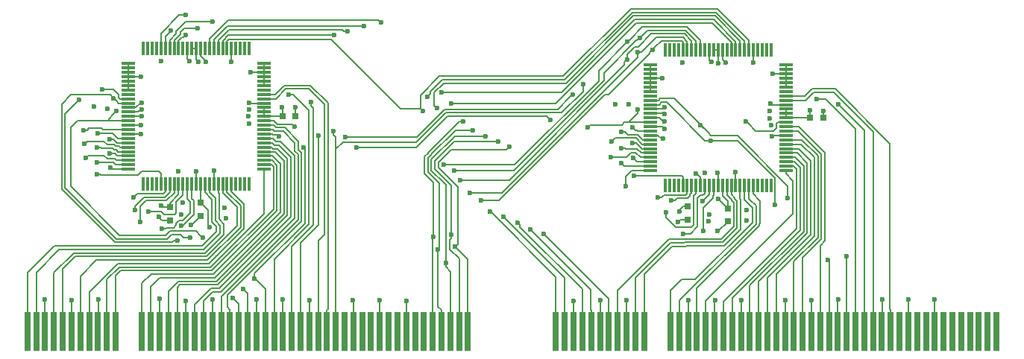
<source format=gbl>
G04 #@! TF.GenerationSoftware,KiCad,Pcbnew,(5.0.0-rc2-35-gda6600525)*
G04 #@! TF.CreationDate,2018-05-30T11:12:42-07:00*
G04 #@! TF.ProjectId,ram-based-register-card,72616D2D62617365642D726567697374,rev?*
G04 #@! TF.SameCoordinates,Original*
G04 #@! TF.FileFunction,Copper,L4,Bot,Signal*
G04 #@! TF.FilePolarity,Positive*
%FSLAX46Y46*%
G04 Gerber Fmt 4.6, Leading zero omitted, Abs format (unit mm)*
G04 Created by KiCad (PCBNEW (5.0.0-rc2-35-gda6600525)) date 05/30/18 11:12:42*
%MOMM*%
%LPD*%
G01*
G04 APERTURE LIST*
G04 #@! TA.AperFunction,ConnectorPad*
%ADD10R,0.700000X4.400000*%
G04 #@! TD*
G04 #@! TA.AperFunction,SMDPad,CuDef*
%ADD11R,1.500000X0.300000*%
G04 #@! TD*
G04 #@! TA.AperFunction,SMDPad,CuDef*
%ADD12R,0.300000X1.500000*%
G04 #@! TD*
G04 #@! TA.AperFunction,SMDPad,CuDef*
%ADD13R,0.750000X0.800000*%
G04 #@! TD*
G04 #@! TA.AperFunction,SMDPad,CuDef*
%ADD14R,0.800000X0.750000*%
G04 #@! TD*
G04 #@! TA.AperFunction,ViaPad*
%ADD15C,0.600000*%
G04 #@! TD*
G04 #@! TA.AperFunction,Conductor*
%ADD16C,0.200000*%
G04 #@! TD*
G04 APERTURE END LIST*
D10*
G04 #@! TO.P,P1,99*
G04 #@! TO.N,/rs1[31]*
X61950601Y-79689801D03*
G04 #@! TO.P,P1,100*
G04 #@! TO.N,/rs1[30]*
X62950601Y-79689801D03*
G04 #@! TO.P,P1,101*
G04 #@! TO.N,GND*
X63950601Y-79689801D03*
G04 #@! TO.P,P1,102*
G04 #@! TO.N,/rs1[29]*
X64950601Y-79689801D03*
G04 #@! TO.P,P1,103*
G04 #@! TO.N,/rs1[28]*
X65950601Y-79689801D03*
G04 #@! TO.P,P1,104*
G04 #@! TO.N,VCC*
X66950601Y-79689801D03*
G04 #@! TO.P,P1,105*
G04 #@! TO.N,/rs1[27]*
X67950601Y-79689801D03*
G04 #@! TO.P,P1,106*
G04 #@! TO.N,/rs1[26]*
X68950601Y-79689801D03*
G04 #@! TO.P,P1,107*
G04 #@! TO.N,GND*
X69950601Y-79689801D03*
G04 #@! TO.P,P1,108*
G04 #@! TO.N,/rs1[25]*
X70950601Y-79689801D03*
G04 #@! TO.P,P1,109*
G04 #@! TO.N,/rs1[24]*
X71950601Y-79689801D03*
G04 #@! TO.P,P1,110*
G04 #@! TO.N,/rs1[23]*
X74950601Y-79689801D03*
G04 #@! TO.P,P1,111*
G04 #@! TO.N,/rs1[22]*
X75950601Y-79689801D03*
G04 #@! TO.P,P1,112*
G04 #@! TO.N,GND*
X76950601Y-79689801D03*
G04 #@! TO.P,P1,113*
G04 #@! TO.N,/rs1[21]*
X77950601Y-79689801D03*
G04 #@! TO.P,P1,114*
G04 #@! TO.N,/rs1[20]*
X78950601Y-79689801D03*
G04 #@! TO.P,P1,115*
G04 #@! TO.N,VCC*
X79950601Y-79689801D03*
G04 #@! TO.P,P1,116*
G04 #@! TO.N,/rs1[19]*
X80950601Y-79689801D03*
G04 #@! TO.P,P1,117*
G04 #@! TO.N,/rs1[18]*
X81950601Y-79689801D03*
G04 #@! TO.P,P1,118*
G04 #@! TO.N,GND*
X82950601Y-79689801D03*
G04 #@! TO.P,P1,119*
G04 #@! TO.N,/rs1[17]*
X83950601Y-79689801D03*
G04 #@! TO.P,P1,120*
G04 #@! TO.N,/rs1[16]*
X84950601Y-79689801D03*
G04 #@! TO.P,P1,121*
G04 #@! TO.N,/~rd_bhh*
X85950601Y-79689801D03*
G04 #@! TO.P,P1,122*
G04 #@! TO.N,/~rd_bhl*
X86950601Y-79689801D03*
G04 #@! TO.P,P1,123*
G04 #@! TO.N,GND*
X87950601Y-79689801D03*
G04 #@! TO.P,P1,124*
G04 #@! TO.N,/~rd_wr*
X88950601Y-79689801D03*
G04 #@! TO.P,P1,125*
G04 #@! TO.N,/~rs2_bhh*
X89950601Y-79689801D03*
G04 #@! TO.P,P1,126*
G04 #@! TO.N,VCC*
X90950601Y-79689801D03*
G04 #@! TO.P,P1,127*
G04 #@! TO.N,/~rs2_bhl*
X91950601Y-79689801D03*
G04 #@! TO.P,P1,128*
G04 #@! TO.N,/~rs2_rd*
X92950601Y-79689801D03*
G04 #@! TO.P,P1,129*
G04 #@! TO.N,GND*
X93950601Y-79689801D03*
G04 #@! TO.P,P1,130*
G04 #@! TO.N,/~rs1_bhh*
X94950601Y-79689801D03*
G04 #@! TO.P,P1,131*
G04 #@! TO.N,/~rs1_bhl*
X95950601Y-79689801D03*
G04 #@! TO.P,P1,132*
G04 #@! TO.N,/~rs1_rd*
X96950601Y-79689801D03*
G04 #@! TO.P,P1,133*
G04 #@! TO.N,Net-(P1-Pad133)*
X97950601Y-79689801D03*
G04 #@! TO.P,P1,134*
G04 #@! TO.N,GND*
X98950601Y-79689801D03*
G04 #@! TO.P,P1,135*
G04 #@! TO.N,Net-(P1-Pad135)*
X99950601Y-79689801D03*
G04 #@! TO.P,P1,136*
G04 #@! TO.N,Net-(P1-Pad136)*
X100950601Y-79689801D03*
G04 #@! TO.P,P1,137*
G04 #@! TO.N,VCC*
X101950601Y-79689801D03*
G04 #@! TO.P,P1,138*
G04 #@! TO.N,Net-(P1-Pad138)*
X102950601Y-79689801D03*
G04 #@! TO.P,P1,139*
G04 #@! TO.N,Net-(P1-Pad139)*
X103950601Y-79689801D03*
G04 #@! TO.P,P1,140*
G04 #@! TO.N,GND*
X104950601Y-79689801D03*
G04 #@! TO.P,P1,141*
G04 #@! TO.N,Net-(P1-Pad141)*
X105950601Y-79689801D03*
G04 #@! TO.P,P1,142*
G04 #@! TO.N,Net-(P1-Pad142)*
X106950601Y-79689801D03*
G04 #@! TO.P,P1,143*
G04 #@! TO.N,/rs2a[4]*
X107950601Y-79689801D03*
G04 #@! TO.P,P1,144*
G04 #@! TO.N,/rs2a[3]*
X108950601Y-79689801D03*
G04 #@! TO.P,P1,145*
G04 #@! TO.N,/rs2a[2]*
X109950601Y-79689801D03*
G04 #@! TO.P,P1,146*
G04 #@! TO.N,/rs2a[1]*
X110950601Y-79689801D03*
G04 #@! TO.P,P1,147*
G04 #@! TO.N,/rs2a[0]*
X111950601Y-79689801D03*
G04 #@! TO.P,P1,148*
G04 #@! TO.N,/rs1a[4]*
X121950601Y-79689801D03*
G04 #@! TO.P,P1,159*
G04 #@! TO.N,/rs1[12]*
X134950601Y-79689801D03*
G04 #@! TO.P,P1,149*
G04 #@! TO.N,/rs1a[3]*
X122950601Y-79689801D03*
G04 #@! TO.P,P1,150*
G04 #@! TO.N,GND*
X123950601Y-79689801D03*
G04 #@! TO.P,P1,151*
G04 #@! TO.N,/rs1a[2]*
X124950601Y-79689801D03*
G04 #@! TO.P,P1,152*
G04 #@! TO.N,/rs1a[1]*
X125950601Y-79689801D03*
G04 #@! TO.P,P1,153*
G04 #@! TO.N,VCC*
X126950601Y-79689801D03*
G04 #@! TO.P,P1,154*
G04 #@! TO.N,/rs1a[0]*
X127950601Y-79689801D03*
G04 #@! TO.P,P1,155*
G04 #@! TO.N,/rs1[15]*
X128950601Y-79689801D03*
G04 #@! TO.P,P1,156*
G04 #@! TO.N,GND*
X129950601Y-79689801D03*
G04 #@! TO.P,P1,157*
G04 #@! TO.N,/rs1[14]*
X130950601Y-79689801D03*
G04 #@! TO.P,P1,158*
G04 #@! TO.N,/rs1[13]*
X131950601Y-79689801D03*
G04 #@! TO.P,P1,160*
G04 #@! TO.N,/rs1[11]*
X135950601Y-79689801D03*
G04 #@! TO.P,P1,161*
G04 #@! TO.N,GND*
X136950601Y-79689801D03*
G04 #@! TO.P,P1,162*
G04 #@! TO.N,/rs1[10]*
X137950601Y-79689801D03*
G04 #@! TO.P,P1,163*
G04 #@! TO.N,/rs1[9]*
X138950601Y-79689801D03*
G04 #@! TO.P,P1,164*
G04 #@! TO.N,VCC*
X139950601Y-79689801D03*
G04 #@! TO.P,P1,165*
G04 #@! TO.N,/rs1[8]*
X140950601Y-79689801D03*
G04 #@! TO.P,P1,166*
G04 #@! TO.N,/rs1[7]*
X141950601Y-79689801D03*
G04 #@! TO.P,P1,167*
G04 #@! TO.N,GND*
X142950601Y-79689801D03*
G04 #@! TO.P,P1,168*
G04 #@! TO.N,/rs1[6]*
X143950601Y-79689801D03*
G04 #@! TO.P,P1,169*
G04 #@! TO.N,/rs1[5]*
X144950601Y-79689801D03*
G04 #@! TO.P,P1,170*
G04 #@! TO.N,/rs1[4]*
X145950601Y-79689801D03*
G04 #@! TO.P,P1,171*
G04 #@! TO.N,/rs1[3]*
X146950601Y-79689801D03*
G04 #@! TO.P,P1,172*
G04 #@! TO.N,GND*
X147950601Y-79689801D03*
G04 #@! TO.P,P1,173*
G04 #@! TO.N,/rs1[2]*
X148950601Y-79689801D03*
G04 #@! TO.P,P1,174*
G04 #@! TO.N,/rs1[1]*
X149950601Y-79689801D03*
G04 #@! TO.P,P1,175*
G04 #@! TO.N,VCC*
X150950601Y-79689801D03*
G04 #@! TO.P,P1,176*
G04 #@! TO.N,/rs1[0]*
X151950601Y-79689801D03*
G04 #@! TO.P,P1,177*
G04 #@! TO.N,/~rd_blh*
X152950601Y-79689801D03*
G04 #@! TO.P,P1,178*
G04 #@! TO.N,GND*
X153950601Y-79689801D03*
G04 #@! TO.P,P1,179*
G04 #@! TO.N,/~rd_bll*
X154950601Y-79689801D03*
G04 #@! TO.P,P1,180*
G04 #@! TO.N,/~rs2_blh*
X155950601Y-79689801D03*
G04 #@! TO.P,P1,181*
G04 #@! TO.N,/~rs2_bll*
X156950601Y-79689801D03*
G04 #@! TO.P,P1,182*
G04 #@! TO.N,/~rs1_blh*
X157950601Y-79689801D03*
G04 #@! TO.P,P1,183*
G04 #@! TO.N,GND*
X158950601Y-79689801D03*
G04 #@! TO.P,P1,184*
G04 #@! TO.N,/~rs1_bll*
X159950601Y-79689801D03*
G04 #@! TO.P,P1,185*
G04 #@! TO.N,Net-(P1-Pad185)*
X160950601Y-79689801D03*
G04 #@! TO.P,P1,186*
G04 #@! TO.N,VCC*
X161950601Y-79689801D03*
G04 #@! TO.P,P1,187*
G04 #@! TO.N,Net-(P1-Pad187)*
X162950601Y-79689801D03*
G04 #@! TO.P,P1,188*
G04 #@! TO.N,Net-(P1-Pad188)*
X163950601Y-79689801D03*
G04 #@! TO.P,P1,189*
G04 #@! TO.N,GND*
X164950601Y-79689801D03*
G04 #@! TO.P,P1,190*
G04 #@! TO.N,Net-(P1-Pad190)*
X165950601Y-79689801D03*
G04 #@! TO.P,P1,191*
G04 #@! TO.N,Net-(P1-Pad191)*
X166950601Y-79689801D03*
G04 #@! TO.P,P1,192*
G04 #@! TO.N,Net-(P1-Pad192)*
X167950601Y-79689801D03*
G04 #@! TO.P,P1,193*
G04 #@! TO.N,Net-(P1-Pad193)*
X168950601Y-79689801D03*
G04 #@! TO.P,P1,194*
G04 #@! TO.N,Net-(P1-Pad194)*
X169950601Y-79689801D03*
G04 #@! TO.P,P1,195*
G04 #@! TO.N,Net-(P1-Pad195)*
X170950601Y-79689801D03*
G04 #@! TO.P,P1,196*
G04 #@! TO.N,Net-(P1-Pad196)*
X171950601Y-79689801D03*
G04 #@! TD*
D11*
G04 #@! TO.P,U3,100*
G04 #@! TO.N,/rs1[25]*
X88810000Y-61288000D03*
G04 #@! TO.P,U3,99*
G04 #@! TO.N,/rs1[24]*
X88810000Y-60788000D03*
G04 #@! TO.P,U3,98*
G04 #@! TO.N,/rs1[23]*
X88810000Y-60288000D03*
G04 #@! TO.P,U3,97*
G04 #@! TO.N,/rs1[22]*
X88810000Y-59788000D03*
G04 #@! TO.P,U3,96*
G04 #@! TO.N,/rs1[21]*
X88810000Y-59288000D03*
G04 #@! TO.P,U3,95*
G04 #@! TO.N,/rs1[20]*
X88810000Y-58788000D03*
G04 #@! TO.P,U3,94*
G04 #@! TO.N,/rs1[19]*
X88810000Y-58288000D03*
G04 #@! TO.P,U3,93*
G04 #@! TO.N,/rs1[18]*
X88810000Y-57788000D03*
G04 #@! TO.P,U3,92*
G04 #@! TO.N,GND*
X88810000Y-57288000D03*
G04 #@! TO.P,U3,91*
G04 #@! TO.N,/rs1[17]*
X88810000Y-56788000D03*
G04 #@! TO.P,U3,90*
G04 #@! TO.N,/rs1[16]*
X88810000Y-56288000D03*
G04 #@! TO.P,U3,89*
G04 #@! TO.N,/~rs1_rd*
X88810000Y-55788000D03*
G04 #@! TO.P,U3,88*
G04 #@! TO.N,VCC*
X88810000Y-55288000D03*
G04 #@! TO.P,U3,87*
X88810000Y-54788000D03*
G04 #@! TO.P,U3,86*
X88810000Y-54288000D03*
G04 #@! TO.P,U3,85*
G04 #@! TO.N,GND*
X88810000Y-53788000D03*
G04 #@! TO.P,U3,84*
G04 #@! TO.N,/~rs1_bhh*
X88810000Y-53288000D03*
G04 #@! TO.P,U3,83*
G04 #@! TO.N,/~rs1_bhl*
X88810000Y-52788000D03*
G04 #@! TO.P,U3,82*
G04 #@! TO.N,N/C*
X88810000Y-52288000D03*
G04 #@! TO.P,U3,81*
G04 #@! TO.N,GND*
X88810000Y-51788000D03*
G04 #@! TO.P,U3,80*
X88810000Y-51288000D03*
G04 #@! TO.P,U3,79*
X88810000Y-50788000D03*
G04 #@! TO.P,U3,78*
X88810000Y-50288000D03*
G04 #@! TO.P,U3,77*
X88810000Y-49788000D03*
G04 #@! TO.P,U3,76*
X88810000Y-49288000D03*
D12*
G04 #@! TO.P,U3,75*
G04 #@! TO.N,N/C*
X87110000Y-47588000D03*
G04 #@! TO.P,U3,74*
X86610000Y-47588000D03*
G04 #@! TO.P,U3,73*
X86110000Y-47588000D03*
G04 #@! TO.P,U3,72*
X85610000Y-47588000D03*
G04 #@! TO.P,U3,71*
G04 #@! TO.N,GND*
X85110000Y-47588000D03*
G04 #@! TO.P,U3,70*
G04 #@! TO.N,/rs1a[4]*
X84610000Y-47588000D03*
G04 #@! TO.P,U3,69*
G04 #@! TO.N,/rs1a[3]*
X84110000Y-47588000D03*
G04 #@! TO.P,U3,68*
G04 #@! TO.N,/rs1a[2]*
X83610000Y-47588000D03*
G04 #@! TO.P,U3,67*
G04 #@! TO.N,/rs1a[1]*
X83110000Y-47588000D03*
G04 #@! TO.P,U3,66*
G04 #@! TO.N,/rs1a[0]*
X82610000Y-47588000D03*
G04 #@! TO.P,U3,65*
G04 #@! TO.N,Net-(U3-Pad65)*
X82110000Y-47588000D03*
G04 #@! TO.P,U3,64*
G04 #@! TO.N,VCC*
X81610000Y-47588000D03*
G04 #@! TO.P,U3,63*
G04 #@! TO.N,GND*
X81110000Y-47588000D03*
G04 #@! TO.P,U3,62*
X80610000Y-47588000D03*
G04 #@! TO.P,U3,61*
G04 #@! TO.N,VCC*
X80110000Y-47588000D03*
G04 #@! TO.P,U3,60*
G04 #@! TO.N,Net-(U3-Pad60)*
X79610000Y-47588000D03*
G04 #@! TO.P,U3,59*
G04 #@! TO.N,/rda[0]*
X79110000Y-47588000D03*
G04 #@! TO.P,U3,58*
G04 #@! TO.N,/rda[1]*
X78610000Y-47588000D03*
G04 #@! TO.P,U3,57*
G04 #@! TO.N,/rda[2]*
X78110000Y-47588000D03*
G04 #@! TO.P,U3,56*
G04 #@! TO.N,/rda[3]*
X77610000Y-47588000D03*
G04 #@! TO.P,U3,55*
G04 #@! TO.N,/rda[4]*
X77110000Y-47588000D03*
G04 #@! TO.P,U3,54*
G04 #@! TO.N,N/C*
X76610000Y-47588000D03*
G04 #@! TO.P,U3,53*
X76110000Y-47588000D03*
G04 #@! TO.P,U3,52*
X75610000Y-47588000D03*
G04 #@! TO.P,U3,51*
X75110000Y-47588000D03*
D11*
G04 #@! TO.P,U3,50*
G04 #@! TO.N,GND*
X73410000Y-49288000D03*
G04 #@! TO.P,U3,49*
X73410000Y-49788000D03*
G04 #@! TO.P,U3,48*
X73410000Y-50288000D03*
G04 #@! TO.P,U3,47*
X73410000Y-50788000D03*
G04 #@! TO.P,U3,46*
X73410000Y-51288000D03*
G04 #@! TO.P,U3,45*
X73410000Y-51788000D03*
G04 #@! TO.P,U3,44*
X73410000Y-52288000D03*
G04 #@! TO.P,U3,43*
G04 #@! TO.N,N/C*
X73410000Y-52788000D03*
G04 #@! TO.P,U3,42*
G04 #@! TO.N,/~rd_bhl*
X73410000Y-53288000D03*
G04 #@! TO.P,U3,41*
G04 #@! TO.N,/~rd_bhh*
X73410000Y-53788000D03*
G04 #@! TO.P,U3,40*
G04 #@! TO.N,GND*
X73410000Y-54288000D03*
G04 #@! TO.P,U3,39*
G04 #@! TO.N,VCC*
X73410000Y-54788000D03*
G04 #@! TO.P,U3,38*
G04 #@! TO.N,GND*
X73410000Y-55288000D03*
G04 #@! TO.P,U3,37*
G04 #@! TO.N,/~rd_wr*
X73410000Y-55788000D03*
G04 #@! TO.P,U3,36*
G04 #@! TO.N,VCC*
X73410000Y-56288000D03*
G04 #@! TO.P,U3,35*
G04 #@! TO.N,/rd[31]*
X73410000Y-56788000D03*
G04 #@! TO.P,U3,34*
G04 #@! TO.N,GND*
X73410000Y-57288000D03*
G04 #@! TO.P,U3,33*
G04 #@! TO.N,/rd[30]*
X73410000Y-57788000D03*
G04 #@! TO.P,U3,32*
G04 #@! TO.N,/rd[29]*
X73410000Y-58288000D03*
G04 #@! TO.P,U3,31*
G04 #@! TO.N,/rd[28]*
X73410000Y-58788000D03*
G04 #@! TO.P,U3,30*
G04 #@! TO.N,/rd[27]*
X73410000Y-59288000D03*
G04 #@! TO.P,U3,29*
G04 #@! TO.N,/rd[26]*
X73410000Y-59788000D03*
G04 #@! TO.P,U3,28*
G04 #@! TO.N,/rd[25]*
X73410000Y-60288000D03*
G04 #@! TO.P,U3,27*
G04 #@! TO.N,/rd[24]*
X73410000Y-60788000D03*
G04 #@! TO.P,U3,26*
G04 #@! TO.N,/rd[23]*
X73410000Y-61288000D03*
D12*
G04 #@! TO.P,U3,25*
G04 #@! TO.N,N/C*
X75110000Y-62988000D03*
G04 #@! TO.P,U3,24*
X75610000Y-62988000D03*
G04 #@! TO.P,U3,23*
X76110000Y-62988000D03*
G04 #@! TO.P,U3,22*
X76610000Y-62988000D03*
G04 #@! TO.P,U3,21*
G04 #@! TO.N,/rd[22]*
X77110000Y-62988000D03*
G04 #@! TO.P,U3,20*
G04 #@! TO.N,/rd[21]*
X77610000Y-62988000D03*
G04 #@! TO.P,U3,19*
G04 #@! TO.N,/rd[20]*
X78110000Y-62988000D03*
G04 #@! TO.P,U3,18*
G04 #@! TO.N,/rd[19]*
X78610000Y-62988000D03*
G04 #@! TO.P,U3,17*
G04 #@! TO.N,VCC*
X79110000Y-62988000D03*
G04 #@! TO.P,U3,16*
G04 #@! TO.N,/rd[18]*
X79610000Y-62988000D03*
G04 #@! TO.P,U3,15*
G04 #@! TO.N,/rd[17]*
X80110000Y-62988000D03*
G04 #@! TO.P,U3,14*
G04 #@! TO.N,/rd[16]*
X80610000Y-62988000D03*
G04 #@! TO.P,U3,13*
G04 #@! TO.N,GND*
X81110000Y-62988000D03*
G04 #@! TO.P,U3,12*
G04 #@! TO.N,VCC*
X81610000Y-62988000D03*
G04 #@! TO.P,U3,11*
G04 #@! TO.N,/rs1[31]*
X82110000Y-62988000D03*
G04 #@! TO.P,U3,10*
G04 #@! TO.N,/rs1[30]*
X82610000Y-62988000D03*
G04 #@! TO.P,U3,9*
G04 #@! TO.N,GND*
X83110000Y-62988000D03*
G04 #@! TO.P,U3,8*
G04 #@! TO.N,/rs1[29]*
X83610000Y-62988000D03*
G04 #@! TO.P,U3,7*
G04 #@! TO.N,/rs1[28]*
X84110000Y-62988000D03*
G04 #@! TO.P,U3,6*
G04 #@! TO.N,/rs1[27]*
X84610000Y-62988000D03*
G04 #@! TO.P,U3,5*
G04 #@! TO.N,/rs1[26]*
X85110000Y-62988000D03*
G04 #@! TO.P,U3,4*
G04 #@! TO.N,N/C*
X85610000Y-62988000D03*
G04 #@! TO.P,U3,3*
X86110000Y-62988000D03*
G04 #@! TO.P,U3,2*
X86610000Y-62988000D03*
G04 #@! TO.P,U3,1*
X87110000Y-62988000D03*
G04 #@! TD*
G04 #@! TO.P,U4,1*
G04 #@! TO.N,N/C*
X146350000Y-63150000D03*
G04 #@! TO.P,U4,2*
X145850000Y-63150000D03*
G04 #@! TO.P,U4,3*
X145350000Y-63150000D03*
G04 #@! TO.P,U4,4*
X144850000Y-63150000D03*
G04 #@! TO.P,U4,5*
G04 #@! TO.N,/rs1[10]*
X144350000Y-63150000D03*
G04 #@! TO.P,U4,6*
G04 #@! TO.N,/rs1[11]*
X143850000Y-63150000D03*
G04 #@! TO.P,U4,7*
G04 #@! TO.N,/rs1[12]*
X143350000Y-63150000D03*
G04 #@! TO.P,U4,8*
G04 #@! TO.N,/rs1[13]*
X142850000Y-63150000D03*
G04 #@! TO.P,U4,9*
G04 #@! TO.N,GND*
X142350000Y-63150000D03*
G04 #@! TO.P,U4,10*
G04 #@! TO.N,/rs1[14]*
X141850000Y-63150000D03*
G04 #@! TO.P,U4,11*
G04 #@! TO.N,/rs1[15]*
X141350000Y-63150000D03*
G04 #@! TO.P,U4,12*
G04 #@! TO.N,VCC*
X140850000Y-63150000D03*
G04 #@! TO.P,U4,13*
G04 #@! TO.N,GND*
X140350000Y-63150000D03*
G04 #@! TO.P,U4,14*
G04 #@! TO.N,/rd[0]*
X139850000Y-63150000D03*
G04 #@! TO.P,U4,15*
G04 #@! TO.N,/rd[1]*
X139350000Y-63150000D03*
G04 #@! TO.P,U4,16*
G04 #@! TO.N,/rd[2]*
X138850000Y-63150000D03*
G04 #@! TO.P,U4,17*
G04 #@! TO.N,VCC*
X138350000Y-63150000D03*
G04 #@! TO.P,U4,18*
G04 #@! TO.N,/rd[3]*
X137850000Y-63150000D03*
G04 #@! TO.P,U4,19*
G04 #@! TO.N,/rd[4]*
X137350000Y-63150000D03*
G04 #@! TO.P,U4,20*
G04 #@! TO.N,/rd[5]*
X136850000Y-63150000D03*
G04 #@! TO.P,U4,21*
G04 #@! TO.N,/rd[6]*
X136350000Y-63150000D03*
G04 #@! TO.P,U4,22*
G04 #@! TO.N,N/C*
X135850000Y-63150000D03*
G04 #@! TO.P,U4,23*
X135350000Y-63150000D03*
G04 #@! TO.P,U4,24*
X134850000Y-63150000D03*
G04 #@! TO.P,U4,25*
X134350000Y-63150000D03*
D11*
G04 #@! TO.P,U4,26*
G04 #@! TO.N,/rd[7]*
X132650000Y-61450000D03*
G04 #@! TO.P,U4,27*
G04 #@! TO.N,/rd[8]*
X132650000Y-60950000D03*
G04 #@! TO.P,U4,28*
G04 #@! TO.N,/rd[9]*
X132650000Y-60450000D03*
G04 #@! TO.P,U4,29*
G04 #@! TO.N,/rd[10]*
X132650000Y-59950000D03*
G04 #@! TO.P,U4,30*
G04 #@! TO.N,/rd[11]*
X132650000Y-59450000D03*
G04 #@! TO.P,U4,31*
G04 #@! TO.N,/rd[12]*
X132650000Y-58950000D03*
G04 #@! TO.P,U4,32*
G04 #@! TO.N,/rd[13]*
X132650000Y-58450000D03*
G04 #@! TO.P,U4,33*
G04 #@! TO.N,/rd[14]*
X132650000Y-57950000D03*
G04 #@! TO.P,U4,34*
G04 #@! TO.N,GND*
X132650000Y-57450000D03*
G04 #@! TO.P,U4,35*
G04 #@! TO.N,/rd[15]*
X132650000Y-56950000D03*
G04 #@! TO.P,U4,36*
G04 #@! TO.N,VCC*
X132650000Y-56450000D03*
G04 #@! TO.P,U4,37*
G04 #@! TO.N,/~rd_wr*
X132650000Y-55950000D03*
G04 #@! TO.P,U4,38*
G04 #@! TO.N,GND*
X132650000Y-55450000D03*
G04 #@! TO.P,U4,39*
G04 #@! TO.N,VCC*
X132650000Y-54950000D03*
G04 #@! TO.P,U4,40*
G04 #@! TO.N,GND*
X132650000Y-54450000D03*
G04 #@! TO.P,U4,41*
G04 #@! TO.N,/~rd_blh*
X132650000Y-53950000D03*
G04 #@! TO.P,U4,42*
G04 #@! TO.N,/~rd_bll*
X132650000Y-53450000D03*
G04 #@! TO.P,U4,43*
G04 #@! TO.N,N/C*
X132650000Y-52950000D03*
G04 #@! TO.P,U4,44*
G04 #@! TO.N,GND*
X132650000Y-52450000D03*
G04 #@! TO.P,U4,45*
X132650000Y-51950000D03*
G04 #@! TO.P,U4,46*
X132650000Y-51450000D03*
G04 #@! TO.P,U4,47*
X132650000Y-50950000D03*
G04 #@! TO.P,U4,48*
X132650000Y-50450000D03*
G04 #@! TO.P,U4,49*
X132650000Y-49950000D03*
G04 #@! TO.P,U4,50*
X132650000Y-49450000D03*
D12*
G04 #@! TO.P,U4,51*
G04 #@! TO.N,N/C*
X134350000Y-47750000D03*
G04 #@! TO.P,U4,52*
X134850000Y-47750000D03*
G04 #@! TO.P,U4,53*
X135350000Y-47750000D03*
G04 #@! TO.P,U4,54*
X135850000Y-47750000D03*
G04 #@! TO.P,U4,55*
G04 #@! TO.N,/rda[4]*
X136350000Y-47750000D03*
G04 #@! TO.P,U4,56*
G04 #@! TO.N,/rda[3]*
X136850000Y-47750000D03*
G04 #@! TO.P,U4,57*
G04 #@! TO.N,/rda[2]*
X137350000Y-47750000D03*
G04 #@! TO.P,U4,58*
G04 #@! TO.N,/rda[1]*
X137850000Y-47750000D03*
G04 #@! TO.P,U4,59*
G04 #@! TO.N,/rda[0]*
X138350000Y-47750000D03*
G04 #@! TO.P,U4,60*
G04 #@! TO.N,Net-(U4-Pad60)*
X138850000Y-47750000D03*
G04 #@! TO.P,U4,61*
G04 #@! TO.N,VCC*
X139350000Y-47750000D03*
G04 #@! TO.P,U4,62*
G04 #@! TO.N,GND*
X139850000Y-47750000D03*
G04 #@! TO.P,U4,63*
X140350000Y-47750000D03*
G04 #@! TO.P,U4,64*
G04 #@! TO.N,VCC*
X140850000Y-47750000D03*
G04 #@! TO.P,U4,65*
G04 #@! TO.N,Net-(U4-Pad65)*
X141350000Y-47750000D03*
G04 #@! TO.P,U4,66*
G04 #@! TO.N,/rs1a[0]*
X141850000Y-47750000D03*
G04 #@! TO.P,U4,67*
G04 #@! TO.N,/rs1a[1]*
X142350000Y-47750000D03*
G04 #@! TO.P,U4,68*
G04 #@! TO.N,/rs1a[2]*
X142850000Y-47750000D03*
G04 #@! TO.P,U4,69*
G04 #@! TO.N,/rs1a[3]*
X143350000Y-47750000D03*
G04 #@! TO.P,U4,70*
G04 #@! TO.N,/rs1a[4]*
X143850000Y-47750000D03*
G04 #@! TO.P,U4,71*
G04 #@! TO.N,GND*
X144350000Y-47750000D03*
G04 #@! TO.P,U4,72*
G04 #@! TO.N,N/C*
X144850000Y-47750000D03*
G04 #@! TO.P,U4,73*
X145350000Y-47750000D03*
G04 #@! TO.P,U4,74*
X145850000Y-47750000D03*
G04 #@! TO.P,U4,75*
X146350000Y-47750000D03*
D11*
G04 #@! TO.P,U4,76*
G04 #@! TO.N,GND*
X148050000Y-49450000D03*
G04 #@! TO.P,U4,77*
X148050000Y-49950000D03*
G04 #@! TO.P,U4,78*
X148050000Y-50450000D03*
G04 #@! TO.P,U4,79*
X148050000Y-50950000D03*
G04 #@! TO.P,U4,80*
X148050000Y-51450000D03*
G04 #@! TO.P,U4,81*
X148050000Y-51950000D03*
G04 #@! TO.P,U4,82*
G04 #@! TO.N,N/C*
X148050000Y-52450000D03*
G04 #@! TO.P,U4,83*
G04 #@! TO.N,/~rs1_bll*
X148050000Y-52950000D03*
G04 #@! TO.P,U4,84*
G04 #@! TO.N,/~rs1_blh*
X148050000Y-53450000D03*
G04 #@! TO.P,U4,85*
G04 #@! TO.N,GND*
X148050000Y-53950000D03*
G04 #@! TO.P,U4,86*
G04 #@! TO.N,VCC*
X148050000Y-54450000D03*
G04 #@! TO.P,U4,87*
X148050000Y-54950000D03*
G04 #@! TO.P,U4,88*
X148050000Y-55450000D03*
G04 #@! TO.P,U4,89*
G04 #@! TO.N,/~rs1_rd*
X148050000Y-55950000D03*
G04 #@! TO.P,U4,90*
G04 #@! TO.N,/rs1[0]*
X148050000Y-56450000D03*
G04 #@! TO.P,U4,91*
G04 #@! TO.N,/rs1[1]*
X148050000Y-56950000D03*
G04 #@! TO.P,U4,92*
G04 #@! TO.N,GND*
X148050000Y-57450000D03*
G04 #@! TO.P,U4,93*
G04 #@! TO.N,/rs1[2]*
X148050000Y-57950000D03*
G04 #@! TO.P,U4,94*
G04 #@! TO.N,/rs1[3]*
X148050000Y-58450000D03*
G04 #@! TO.P,U4,95*
G04 #@! TO.N,/rs1[4]*
X148050000Y-58950000D03*
G04 #@! TO.P,U4,96*
G04 #@! TO.N,/rs1[5]*
X148050000Y-59450000D03*
G04 #@! TO.P,U4,97*
G04 #@! TO.N,/rs1[6]*
X148050000Y-59950000D03*
G04 #@! TO.P,U4,98*
G04 #@! TO.N,/rs1[7]*
X148050000Y-60450000D03*
G04 #@! TO.P,U4,99*
G04 #@! TO.N,/rs1[8]*
X148050000Y-60950000D03*
G04 #@! TO.P,U4,100*
G04 #@! TO.N,/rs1[9]*
X148050000Y-61450000D03*
G04 #@! TD*
D13*
G04 #@! TO.P,C7,1*
G04 #@! TO.N,VCC*
X81630000Y-65088000D03*
G04 #@! TO.P,C7,2*
G04 #@! TO.N,GND*
X81630000Y-66588000D03*
G04 #@! TD*
G04 #@! TO.P,C8,2*
G04 #@! TO.N,GND*
X78120000Y-67120000D03*
G04 #@! TO.P,C8,1*
G04 #@! TO.N,VCC*
X78120000Y-65620000D03*
G04 #@! TD*
D14*
G04 #@! TO.P,C9,1*
G04 #@! TO.N,VCC*
X90900000Y-55280000D03*
G04 #@! TO.P,C9,2*
G04 #@! TO.N,GND*
X92400000Y-55280000D03*
G04 #@! TD*
D13*
G04 #@! TO.P,C10,2*
G04 #@! TO.N,GND*
X136920000Y-67020000D03*
G04 #@! TO.P,C10,1*
G04 #@! TO.N,VCC*
X136920000Y-65520000D03*
G04 #@! TD*
G04 #@! TO.P,C11,1*
G04 #@! TO.N,VCC*
X141450000Y-65740000D03*
G04 #@! TO.P,C11,2*
G04 #@! TO.N,GND*
X141450000Y-67240000D03*
G04 #@! TD*
D14*
G04 #@! TO.P,C12,2*
G04 #@! TO.N,GND*
X152290000Y-55450000D03*
G04 #@! TO.P,C12,1*
G04 #@! TO.N,VCC*
X150790000Y-55450000D03*
G04 #@! TD*
D15*
G04 #@! TO.N,/rd[31]*
X68280000Y-56830010D03*
G04 #@! TO.N,/rd[30]*
X69919925Y-57242549D03*
G04 #@! TO.N,/rd[29]*
X71260733Y-57887277D03*
G04 #@! TO.N,/rd[28]*
X68402447Y-58430033D03*
G04 #@! TO.N,/rd[27]*
X69880041Y-58842572D03*
G04 #@! TO.N,/rd[26]*
X71272193Y-59521901D03*
G04 #@! TO.N,/rd[25]*
X68563382Y-60030056D03*
G04 #@! TO.N,/rd[24]*
X69867801Y-60521922D03*
G04 #@! TO.N,/rd[23]*
X71372662Y-61121924D03*
G04 #@! TO.N,/rd[22]*
X69850000Y-61898000D03*
G04 #@! TO.N,/rd[21]*
X73990000Y-64480000D03*
G04 #@! TO.N,/rd[20]*
X74130000Y-65920000D03*
G04 #@! TO.N,/rd[19]*
X74780000Y-67300000D03*
G04 #@! TO.N,/rd[18]*
X75720000Y-66090000D03*
G04 #@! TO.N,/rd[17]*
X77188909Y-68069990D03*
G04 #@! TO.N,/rd[16]*
X79420000Y-67719975D03*
G04 #@! TO.N,/rd[15]*
X130650000Y-56550010D03*
G04 #@! TO.N,/rd[14]*
X129370000Y-57050000D03*
G04 #@! TO.N,/rd[13]*
X128252117Y-58152127D03*
G04 #@! TO.N,/rd[12]*
X130670000Y-58349990D03*
G04 #@! TO.N,/rd[11]*
X129370000Y-58900010D03*
G04 #@! TO.N,/rd[10]*
X128210672Y-59890672D03*
G04 #@! TO.N,/rd[9]*
X130720000Y-59999990D03*
G04 #@! TO.N,/rd[8]*
X129390000Y-60600000D03*
G04 #@! TO.N,/rd[7]*
X129850000Y-63200000D03*
G04 #@! TO.N,/rd[6]*
X130770000Y-62040000D03*
G04 #@! TO.N,/rd[5]*
X133470000Y-64490000D03*
G04 #@! TO.N,/rd[4]*
X135040000Y-64850000D03*
G04 #@! TO.N,/rd[3]*
X134410000Y-66220000D03*
G04 #@! TO.N,/rd[2]*
X136380000Y-68610000D03*
G04 #@! TO.N,/rd[1]*
X138595022Y-64872195D03*
G04 #@! TO.N,/rd[0]*
X138650000Y-68290000D03*
G04 #@! TO.N,/rda[4]*
X132908514Y-47689979D03*
X113410000Y-64810000D03*
X79910000Y-43780000D03*
G04 #@! TO.N,/rda[3]*
X78250010Y-45557917D03*
X131206309Y-47968484D03*
X112177953Y-63944997D03*
G04 #@! TO.N,/rda[2]*
X130020000Y-48800000D03*
X111089924Y-62550000D03*
X82950000Y-44550000D03*
G04 #@! TO.N,/rda[1]*
X131460000Y-46360000D03*
X110363628Y-61406372D03*
X81310000Y-45260000D03*
G04 #@! TO.N,/rda[0]*
X130066273Y-46806273D03*
X109195778Y-60804222D03*
X79930945Y-46025164D03*
G04 #@! TO.N,/rs2a[4]*
X108020000Y-69020000D03*
X111414426Y-55860010D03*
G04 #@! TO.N,/rs2a[3]*
X108569990Y-70420000D03*
X112480000Y-56830000D03*
G04 #@! TO.N,/rs2a[2]*
X109430000Y-71980000D03*
X113940000Y-57520000D03*
G04 #@! TO.N,/rs2a[1]*
X115350000Y-58180000D03*
X110090010Y-68726582D03*
G04 #@! TO.N,/rs2a[0]*
X110509968Y-70105728D03*
X116620000Y-58770000D03*
G04 #@! TO.N,/rs1a[4]*
X114500000Y-66070000D03*
X106860000Y-54710000D03*
G04 #@! TO.N,/rs1a[3]*
X116000000Y-66700000D03*
X107350000Y-53060000D03*
X96800000Y-46020032D03*
G04 #@! TO.N,/rs1a[2]*
X117560000Y-67330000D03*
X108430000Y-54370000D03*
X98310000Y-45630000D03*
G04 #@! TO.N,/rs1a[1]*
X119050000Y-68150000D03*
X108990000Y-52570000D03*
X100190002Y-45020000D03*
G04 #@! TO.N,/rs1a[0]*
X120560000Y-68650000D03*
X110060000Y-53859968D03*
X102100000Y-44610000D03*
G04 #@! TO.N,GND*
X63940000Y-76130000D03*
X69970000Y-76070000D03*
X76920000Y-76030000D03*
X82970000Y-76060000D03*
X87940000Y-76100000D03*
X94010000Y-76150000D03*
X98920000Y-76170000D03*
X104940000Y-76240000D03*
X87144341Y-53710572D03*
X86999983Y-55303999D03*
X87320000Y-50280000D03*
X85110000Y-49080000D03*
X74870000Y-50750000D03*
X69530000Y-54170000D03*
X83160000Y-61480000D03*
X81140000Y-61520000D03*
X79070000Y-61500000D03*
X76854622Y-66690012D03*
X90460223Y-57560033D03*
X123960000Y-76220000D03*
X129940000Y-76170000D03*
X136940000Y-76180000D03*
X142960000Y-76150000D03*
X147970000Y-76170000D03*
X153970000Y-76130000D03*
X158970000Y-76130000D03*
X164950000Y-76090000D03*
X139295024Y-67240000D03*
X144360000Y-49140000D03*
X136300000Y-49140000D03*
X133990000Y-50940000D03*
X128720000Y-53930000D03*
X142280000Y-61650000D03*
X140280607Y-68309078D03*
X140249990Y-61690000D03*
X143595023Y-67155033D03*
X146580000Y-50430000D03*
X81330000Y-49040000D03*
X140376644Y-49208709D03*
X77120000Y-48980000D03*
X74890000Y-55300000D03*
X74914302Y-53700845D03*
X74840000Y-57310000D03*
X134072625Y-57800272D03*
X134243114Y-55843336D03*
X134253568Y-54243378D03*
X135779886Y-67285770D03*
X80495703Y-67645753D03*
X79409048Y-66440160D03*
X84451575Y-66894249D03*
X146490000Y-57519872D03*
X146320000Y-53850000D03*
X146240846Y-55480005D03*
X138820000Y-61720000D03*
X92370341Y-54269282D03*
X152290000Y-54640011D03*
G04 #@! TO.N,VCC*
X66940000Y-76180000D03*
X90960000Y-76130000D03*
X101900000Y-76170000D03*
X79950000Y-76221465D03*
X87079652Y-54507964D03*
X87080000Y-56100000D03*
X84330000Y-65700000D03*
X79600000Y-65110000D03*
X77140000Y-65450000D03*
X71054222Y-54437258D03*
X126960000Y-76170000D03*
X139990000Y-76150000D03*
X150950000Y-76170000D03*
X161930000Y-76080000D03*
X139309998Y-66440000D03*
X130230000Y-53910000D03*
X140350000Y-64650000D03*
X143578399Y-65904042D03*
X150800000Y-54550010D03*
X80360000Y-49030000D03*
X82239998Y-49060000D03*
X141210000Y-49200000D03*
X139582754Y-49109928D03*
X74878742Y-54500067D03*
X74870000Y-56290000D03*
X134243411Y-55043325D03*
X134249998Y-56660000D03*
X135938263Y-66085759D03*
X82590053Y-67900674D03*
X146377043Y-56319861D03*
X146235639Y-54680010D03*
X137850000Y-61750000D03*
X90877326Y-54269279D03*
G04 #@! TO.N,/~rd_bhh*
X71731549Y-53189990D03*
X79010000Y-69410000D03*
X85230000Y-75910000D03*
G04 #@! TO.N,/~rd_bhl*
X67770000Y-53440000D03*
X70400000Y-52190000D03*
X80400000Y-69100000D03*
X86393015Y-74891126D03*
G04 #@! TO.N,/~rd_wr*
X87737822Y-73677822D03*
X99300000Y-58850000D03*
X121310000Y-55670000D03*
X125510000Y-56550000D03*
X131260000Y-54480000D03*
X81833976Y-69083976D03*
X93310001Y-58780000D03*
X72040000Y-54695790D03*
G04 #@! TO.N,/~rs2_bhh*
X91640000Y-52770000D03*
G04 #@! TO.N,/~rs2_bhl*
X94170728Y-53669272D03*
G04 #@! TO.N,/~rs2_rd*
X98030000Y-57620000D03*
X123848899Y-52784057D03*
X94986095Y-57447292D03*
G04 #@! TO.N,/~rs1_rd*
X92300000Y-56460000D03*
X143510000Y-55849990D03*
X125048299Y-51618054D03*
X96686647Y-56925365D03*
G04 #@! TO.N,/~rs2_bll*
X153959272Y-53900728D03*
G04 #@! TO.N,/~rs2_blh*
X151510000Y-53340000D03*
G04 #@! TO.N,/~rd_blh*
X152790000Y-71610000D03*
X146830000Y-65320000D03*
X139560544Y-58040011D03*
G04 #@! TO.N,/~rd_bll*
X154910000Y-71140000D03*
X148269891Y-64540000D03*
X138350000Y-56263767D03*
G04 #@! TD*
D16*
G04 #@! TO.N,/rd[31]*
X68704264Y-56830010D02*
X68280000Y-56830010D01*
X70325689Y-56630011D02*
X68904263Y-56630011D01*
X70483678Y-56788000D02*
X70325689Y-56630011D01*
X68904263Y-56630011D02*
X68704264Y-56830010D01*
X73410000Y-56788000D02*
X70483678Y-56788000D01*
G04 #@! TO.N,/rd[30]*
X73410000Y-57788000D02*
X72170000Y-57788000D01*
X72170000Y-57788000D02*
X71624549Y-57242549D01*
X70344189Y-57242549D02*
X69919925Y-57242549D01*
X71624549Y-57242549D02*
X70344189Y-57242549D01*
G04 #@! TO.N,/rd[29]*
X73410000Y-58288000D02*
X72104300Y-58288000D01*
X72104300Y-58288000D02*
X71703577Y-57887277D01*
X71703577Y-57887277D02*
X71684997Y-57887277D01*
X71684997Y-57887277D02*
X71260733Y-57887277D01*
G04 #@! TO.N,/rd[28]*
X71938611Y-58688011D02*
X71748620Y-58498020D01*
X70983474Y-58498020D02*
X70615488Y-58130034D01*
X68702446Y-58130034D02*
X68402447Y-58430033D01*
X72360011Y-58688011D02*
X71938611Y-58688011D01*
X70615488Y-58130034D02*
X68702446Y-58130034D01*
X71748620Y-58498020D02*
X70983474Y-58498020D01*
X73410000Y-58788000D02*
X72460000Y-58788000D01*
X72460000Y-58788000D02*
X72360011Y-58688011D01*
G04 #@! TO.N,/rd[27]*
X70304305Y-58842572D02*
X69880041Y-58842572D01*
X71768622Y-59088022D02*
X71578631Y-58898031D01*
X73410000Y-59288000D02*
X72215682Y-59288000D01*
X72215682Y-59288000D02*
X72015704Y-59088022D01*
X70359764Y-58898031D02*
X70304305Y-58842572D01*
X71578631Y-58898031D02*
X70359764Y-58898031D01*
X72015704Y-59088022D02*
X71768622Y-59088022D01*
G04 #@! TO.N,/rd[26]*
X73410000Y-59788000D02*
X72140254Y-59788000D01*
X71696457Y-59521901D02*
X71272193Y-59521901D01*
X71874155Y-59521901D02*
X71696457Y-59521901D01*
X72140254Y-59788000D02*
X71874155Y-59521901D01*
G04 #@! TO.N,/rd[25]*
X72050000Y-60288000D02*
X71883903Y-60121903D01*
X73410000Y-60288000D02*
X72050000Y-60288000D01*
X68863381Y-59730057D02*
X68563382Y-60030056D01*
X70592345Y-59730057D02*
X68863381Y-59730057D01*
X70984191Y-60121903D02*
X70592345Y-59730057D01*
X71883903Y-60121903D02*
X70984191Y-60121903D01*
G04 #@! TO.N,/rd[24]*
X71718222Y-60521922D02*
X70292065Y-60521922D01*
X73410000Y-60788000D02*
X71984300Y-60788000D01*
X71984300Y-60788000D02*
X71718222Y-60521922D01*
X70292065Y-60521922D02*
X69867801Y-60521922D01*
G04 #@! TO.N,/rd[23]*
X73410000Y-61288000D02*
X71538738Y-61288000D01*
X71538738Y-61288000D02*
X71372662Y-61121924D01*
G04 #@! TO.N,/rd[22]*
X70274264Y-61898000D02*
X70294264Y-61918000D01*
X69850000Y-61898000D02*
X70274264Y-61898000D01*
X70294264Y-61918000D02*
X74510000Y-61918000D01*
X74510000Y-61918000D02*
X74880000Y-61548000D01*
X74880000Y-61548000D02*
X76840000Y-61548000D01*
X77110000Y-61818000D02*
X77110000Y-62988000D01*
X76840000Y-61548000D02*
X77110000Y-61818000D01*
G04 #@! TO.N,/rd[21]*
X74289999Y-64180001D02*
X73990000Y-64480000D01*
X77388598Y-64040001D02*
X74429999Y-64040001D01*
X77610000Y-62988000D02*
X77610000Y-63818599D01*
X74429999Y-64040001D02*
X74289999Y-64180001D01*
X77610000Y-63818599D02*
X77388598Y-64040001D01*
G04 #@! TO.N,/rd[20]*
X75175749Y-64449987D02*
X74130000Y-65495736D01*
X74130000Y-65495736D02*
X74130000Y-65920000D01*
X77544312Y-64449987D02*
X75175749Y-64449987D01*
X78110000Y-63884299D02*
X77544312Y-64449987D01*
X78110000Y-62988000D02*
X78110000Y-63884299D01*
G04 #@! TO.N,/rd[19]*
X77710001Y-64849998D02*
X75402000Y-64849998D01*
X78610000Y-63949999D02*
X77710001Y-64849998D01*
X75402000Y-64849998D02*
X74780000Y-65471998D01*
X78610000Y-62988000D02*
X78610000Y-63949999D01*
X74780000Y-66875736D02*
X74780000Y-67300000D01*
X74780000Y-65471998D02*
X74780000Y-66875736D01*
G04 #@! TO.N,/rd[18]*
X78809047Y-65022951D02*
X78809047Y-66245955D01*
X78809047Y-66245955D02*
X78655002Y-66400000D01*
X79610000Y-64221998D02*
X78809047Y-65022951D01*
X78655002Y-66400000D02*
X77446510Y-66400000D01*
X77136510Y-66090000D02*
X76144264Y-66090000D01*
X76144264Y-66090000D02*
X75720000Y-66090000D01*
X79610000Y-62988000D02*
X79610000Y-64221998D01*
X77446510Y-66400000D02*
X77136510Y-66090000D01*
G04 #@! TO.N,/rd[17]*
X80110000Y-64701998D02*
X80420001Y-65011999D01*
X78819998Y-67431973D02*
X78819998Y-67621998D01*
X79577779Y-67119973D02*
X79131998Y-67119973D01*
X78522020Y-67919976D02*
X77763187Y-67919976D01*
X77613173Y-68069990D02*
X77188909Y-68069990D01*
X80110000Y-62988000D02*
X80110000Y-64701998D01*
X78819998Y-67621998D02*
X78522020Y-67919976D01*
X80420001Y-65011999D02*
X80420001Y-66277751D01*
X80420001Y-66277751D02*
X79577779Y-67119973D01*
X79131998Y-67119973D02*
X78819998Y-67431973D01*
X77763187Y-67919976D02*
X77613173Y-68069990D01*
G04 #@! TO.N,/rd[16]*
X80610000Y-62988000D02*
X80610000Y-64636298D01*
X80820012Y-64846310D02*
X80820012Y-66443440D01*
X79543477Y-67719975D02*
X79420000Y-67719975D01*
X80610000Y-64636298D02*
X80820012Y-64846310D01*
X80820012Y-66443440D02*
X79543477Y-67719975D01*
G04 #@! TO.N,/rd[15]*
X132650000Y-56950000D02*
X131229990Y-56950000D01*
X130949999Y-56850009D02*
X130650000Y-56550010D01*
X131129999Y-56850009D02*
X130949999Y-56850009D01*
X131229990Y-56950000D02*
X131129999Y-56850009D01*
G04 #@! TO.N,/rd[14]*
X131220791Y-57349977D02*
X131820814Y-57950000D01*
X131820814Y-57950000D02*
X132650000Y-57950000D01*
X130094241Y-57349977D02*
X131220791Y-57349977D01*
X129794264Y-57050000D02*
X130094241Y-57349977D01*
X129370000Y-57050000D02*
X129794264Y-57050000D01*
G04 #@! TO.N,/rd[13]*
X131055102Y-57749988D02*
X128654256Y-57749988D01*
X131755114Y-58450000D02*
X131055102Y-57749988D01*
X132650000Y-58450000D02*
X131755114Y-58450000D01*
X128552116Y-57852128D02*
X128252117Y-58152127D01*
X128654256Y-57749988D02*
X128552116Y-57852128D01*
G04 #@! TO.N,/rd[12]*
X132650000Y-58950000D02*
X131689414Y-58950000D01*
X131689414Y-58950000D02*
X131089404Y-58349990D01*
X131089404Y-58349990D02*
X130670000Y-58349990D01*
G04 #@! TO.N,/rd[11]*
X131173691Y-58999977D02*
X129894231Y-58999977D01*
X129894231Y-58999977D02*
X129794264Y-58900010D01*
X131623714Y-59450000D02*
X131173691Y-58999977D01*
X129794264Y-58900010D02*
X129370000Y-58900010D01*
X132650000Y-59450000D02*
X131623714Y-59450000D01*
G04 #@! TO.N,/rd[10]*
X132650000Y-59950000D02*
X131558014Y-59950000D01*
X131558014Y-59950000D02*
X131008002Y-59399988D01*
X130431998Y-59399988D02*
X129941314Y-59890672D01*
X129941314Y-59890672D02*
X128634936Y-59890672D01*
X128634936Y-59890672D02*
X128210672Y-59890672D01*
X131008002Y-59399988D02*
X130431998Y-59399988D01*
G04 #@! TO.N,/rd[9]*
X131019999Y-60299989D02*
X130720000Y-59999990D01*
X132650000Y-60450000D02*
X131170010Y-60450000D01*
X131170010Y-60450000D02*
X131019999Y-60299989D01*
G04 #@! TO.N,/rd[8]*
X129740000Y-60950000D02*
X132650000Y-60950000D01*
X129390000Y-60600000D02*
X129740000Y-60950000D01*
G04 #@! TO.N,/rd[7]*
X130545735Y-61410001D02*
X129850000Y-62105736D01*
X129850000Y-62775736D02*
X129850000Y-63200000D01*
X131660001Y-61410001D02*
X130545735Y-61410001D01*
X132650000Y-61450000D02*
X131700000Y-61450000D01*
X129850000Y-62105736D02*
X129850000Y-62775736D01*
X131700000Y-61450000D02*
X131660001Y-61410001D01*
G04 #@! TO.N,/rd[6]*
X136350000Y-62200000D02*
X136350000Y-63150000D01*
X136190000Y-62040000D02*
X136350000Y-62200000D01*
X130770000Y-62040000D02*
X136190000Y-62040000D01*
G04 #@! TO.N,/rd[5]*
X133470000Y-64490000D02*
X133894264Y-64490000D01*
X136800001Y-63199999D02*
X136850000Y-63150000D01*
X136800001Y-64052899D02*
X136800001Y-63199999D01*
X133894264Y-64490000D02*
X134184263Y-64200001D01*
X134184263Y-64200001D02*
X136652899Y-64200001D01*
X136652899Y-64200001D02*
X136800001Y-64052899D01*
G04 #@! TO.N,/rd[4]*
X135494265Y-64819999D02*
X135040000Y-64850000D01*
X135464264Y-64850000D02*
X135494265Y-64819999D01*
X135040000Y-64850000D02*
X135464264Y-64850000D01*
X137189978Y-64315724D02*
X137189978Y-64146320D01*
X137189978Y-64146320D02*
X137350000Y-63986298D01*
X137350000Y-63986298D02*
X137350000Y-63150000D01*
X135464264Y-64850000D02*
X135714252Y-64600012D01*
X135714252Y-64600012D02*
X136905690Y-64600012D01*
X136905690Y-64600012D02*
X137189978Y-64315724D01*
G04 #@! TO.N,/rd[3]*
X134410000Y-66644264D02*
X134410000Y-66220000D01*
X137850000Y-64100000D02*
X137595001Y-64354999D01*
X137595001Y-64354999D02*
X137595001Y-67660001D01*
X137345003Y-67909999D02*
X135541999Y-67909999D01*
X137850000Y-63150000D02*
X137850000Y-64100000D01*
X135541999Y-67909999D02*
X134410000Y-66778000D01*
X134410000Y-66778000D02*
X134410000Y-66644264D01*
X137595001Y-67660001D02*
X137345003Y-67909999D01*
G04 #@! TO.N,/rd[2]*
X138850000Y-63150000D02*
X138850000Y-64051488D01*
X138629303Y-64272185D02*
X138307001Y-64272185D01*
X138307001Y-64272185D02*
X137995012Y-64584174D01*
X137995012Y-64584174D02*
X137995012Y-67829252D01*
X137995012Y-67829252D02*
X137214264Y-68610000D01*
X138850000Y-64051488D02*
X138629303Y-64272185D01*
X136804264Y-68610000D02*
X136380000Y-68610000D01*
X137214264Y-68610000D02*
X136804264Y-68610000D01*
G04 #@! TO.N,/rd[1]*
X139350000Y-64117217D02*
X138895021Y-64572196D01*
X138895021Y-64572196D02*
X138595022Y-64872195D01*
X139350000Y-63150000D02*
X139350000Y-64117217D01*
G04 #@! TO.N,/rd[0]*
X139850000Y-64100000D02*
X139850000Y-63150000D01*
X139850000Y-64261996D02*
X139850000Y-64100000D01*
X139749998Y-64605221D02*
X139749998Y-64361998D01*
X139749998Y-64361998D02*
X139850000Y-64261996D01*
X138650000Y-65705219D02*
X139749998Y-64605221D01*
X138650000Y-68290000D02*
X138650000Y-65705219D01*
G04 #@! TO.N,/rda[4]*
X136350000Y-47750000D02*
X136350000Y-46867100D01*
X136182899Y-46699999D02*
X133898494Y-46699999D01*
X133898494Y-46699999D02*
X133208513Y-47389980D01*
X133208513Y-47389980D02*
X132908514Y-47689979D01*
X136350000Y-46867100D02*
X136182899Y-46699999D01*
X132608515Y-47989978D02*
X132908514Y-47689979D01*
X132608515Y-48162287D02*
X132608515Y-47989978D01*
X127930045Y-52840757D02*
X132608515Y-48162287D01*
X127469243Y-52840757D02*
X127930045Y-52840757D01*
X113410000Y-64810000D02*
X115500000Y-64810000D01*
X115500000Y-64810000D02*
X127469243Y-52840757D01*
X79485736Y-43780000D02*
X79910000Y-43780000D01*
X77110000Y-47588000D02*
X77110000Y-45835736D01*
X77110000Y-45835736D02*
X79165736Y-43780000D01*
X79165736Y-43780000D02*
X79485736Y-43780000D01*
G04 #@! TO.N,/rda[3]*
X77610000Y-46197927D02*
X77950011Y-45857916D01*
X77610000Y-47588000D02*
X77610000Y-46197927D01*
X77950011Y-45857916D02*
X78250010Y-45557917D01*
X136348588Y-46299988D02*
X133353497Y-46299988D01*
X131630573Y-47968484D02*
X131206309Y-47968484D01*
X133353497Y-46299988D02*
X131685001Y-47968484D01*
X136850000Y-46801400D02*
X136348588Y-46299988D01*
X131685001Y-47968484D02*
X131630573Y-47968484D01*
X136850000Y-47750000D02*
X136850000Y-46801400D01*
X131206309Y-47968484D02*
X131206309Y-48537991D01*
X131206309Y-48537991D02*
X115799303Y-63944997D01*
X112602217Y-63944997D02*
X112177953Y-63944997D01*
X115799303Y-63944997D02*
X112602217Y-63944997D01*
G04 #@! TO.N,/rda[2]*
X132771090Y-45899977D02*
X131302585Y-47368482D01*
X137350000Y-47750000D02*
X137350000Y-46735700D01*
X137350000Y-46735700D02*
X136514277Y-45899977D01*
X136514277Y-45899977D02*
X132771090Y-45899977D01*
X130918307Y-47368482D02*
X130020000Y-48266789D01*
X130020000Y-48375736D02*
X130020000Y-48800000D01*
X130020000Y-48266789D02*
X130020000Y-48375736D01*
X131302585Y-47368482D02*
X130918307Y-47368482D01*
X130020000Y-48800000D02*
X129720001Y-49099999D01*
X129720001Y-49099999D02*
X129720001Y-49458599D01*
X129720001Y-49458599D02*
X116628600Y-62550000D01*
X111514188Y-62550000D02*
X111089924Y-62550000D01*
X116628600Y-62550000D02*
X111514188Y-62550000D01*
X78850012Y-45575724D02*
X79875736Y-44550000D01*
X79875736Y-44550000D02*
X82525736Y-44550000D01*
X82525736Y-44550000D02*
X82950000Y-44550000D01*
X78110000Y-46585931D02*
X78850012Y-45845919D01*
X78850012Y-45845919D02*
X78850012Y-45575724D01*
X78110000Y-47588000D02*
X78110000Y-46585931D01*
G04 #@! TO.N,/rda[1]*
X137850000Y-47750000D02*
X137850000Y-46670000D01*
X132320033Y-45499967D02*
X131460000Y-46360000D01*
X137850000Y-46670000D02*
X136679967Y-45499967D01*
X136679967Y-45499967D02*
X132320033Y-45499967D01*
X127410012Y-50311077D02*
X127410012Y-51202888D01*
X117206528Y-61406372D02*
X110787892Y-61406372D01*
X110787892Y-61406372D02*
X110363628Y-61406372D01*
X131460000Y-46360000D02*
X131160001Y-46659999D01*
X131061090Y-46659999D02*
X127410012Y-50311077D01*
X131160001Y-46659999D02*
X131061090Y-46659999D01*
X127410012Y-51202888D02*
X117206528Y-61406372D01*
X80885736Y-45260000D02*
X81310000Y-45260000D01*
X79290021Y-45971610D02*
X79290021Y-45705715D01*
X78610000Y-46651631D02*
X79290021Y-45971610D01*
X79735736Y-45260000D02*
X80885736Y-45260000D01*
X78610000Y-47588000D02*
X78610000Y-46651631D01*
X79290021Y-45705715D02*
X79735736Y-45260000D01*
G04 #@! TO.N,/rda[0]*
X130366272Y-46506274D02*
X130066273Y-46806273D01*
X131772589Y-45099957D02*
X130366272Y-46506274D01*
X138350000Y-46604301D02*
X136845656Y-45099957D01*
X138350000Y-47750000D02*
X138350000Y-46604301D01*
X136845656Y-45099957D02*
X131772589Y-45099957D01*
X109620042Y-60804222D02*
X109195778Y-60804222D01*
X126806487Y-50066059D02*
X126806487Y-51240713D01*
X130066273Y-46806273D02*
X126806487Y-50066059D01*
X117242978Y-60804222D02*
X109620042Y-60804222D01*
X126806487Y-51240713D02*
X117242978Y-60804222D01*
X79502168Y-46325163D02*
X79630946Y-46325163D01*
X79110000Y-46717331D02*
X79502168Y-46325163D01*
X79630946Y-46325163D02*
X79930945Y-46025164D01*
X79110000Y-47588000D02*
X79110000Y-46717331D01*
G04 #@! TO.N,/rs2a[4]*
X107950601Y-79689801D02*
X107950601Y-69089399D01*
X107950601Y-69089399D02*
X108020000Y-69020000D01*
X110990162Y-55860010D02*
X111414426Y-55860010D01*
X110979990Y-55860010D02*
X110990162Y-55860010D01*
X107390000Y-59450000D02*
X110979990Y-55860010D01*
X108010000Y-69010000D02*
X108010000Y-62769247D01*
X108020000Y-69020000D02*
X108010000Y-69010000D01*
X108010000Y-62769247D02*
X106995733Y-61754980D01*
X106995733Y-61754980D02*
X106995733Y-59853464D01*
X106995733Y-59853464D02*
X107390000Y-59459197D01*
X107390000Y-59459197D02*
X107390000Y-59450000D01*
G04 #@! TO.N,/rs2a[3]*
X108950601Y-79689801D02*
X108950601Y-77289801D01*
X108950601Y-77289801D02*
X108569990Y-76909190D01*
X108569990Y-76909190D02*
X108569990Y-70844264D01*
X108569990Y-70844264D02*
X108569990Y-70420000D01*
X112055736Y-56830000D02*
X112480000Y-56830000D01*
X107790011Y-59615689D02*
X110575700Y-56830000D01*
X108660000Y-70329990D02*
X108660000Y-62853547D01*
X108569990Y-70420000D02*
X108660000Y-70329990D01*
X110575700Y-56830000D02*
X112055736Y-56830000D01*
X108660000Y-62853547D02*
X107395744Y-61589291D01*
X107395744Y-61589291D02*
X107395744Y-60019153D01*
X107395744Y-60019153D02*
X107790011Y-59624886D01*
X107790011Y-59624886D02*
X107790011Y-59615689D01*
G04 #@! TO.N,/rs2a[2]*
X109950601Y-77289801D02*
X109950601Y-79689801D01*
X109950601Y-72924865D02*
X109950601Y-77289801D01*
X109430000Y-72404264D02*
X109950601Y-72924865D01*
X109430000Y-71980000D02*
X109430000Y-72404264D01*
X113515736Y-57520000D02*
X113940000Y-57520000D01*
X107795755Y-60184842D02*
X110460596Y-57520000D01*
X109269998Y-62897845D02*
X107795755Y-61423602D01*
X109430000Y-71980000D02*
X109430000Y-63057848D01*
X107795755Y-61423602D02*
X107795755Y-60184842D01*
X109430000Y-63057848D02*
X109269998Y-62897845D01*
X110460596Y-57520000D02*
X113515736Y-57520000D01*
G04 #@! TO.N,/rs2a[1]*
X109909958Y-69330898D02*
X110090010Y-69150846D01*
X110950601Y-79689801D02*
X110950601Y-71434365D01*
X110950601Y-71434365D02*
X109909958Y-70393722D01*
X109909958Y-70393722D02*
X109909958Y-69330898D01*
X110090010Y-69150846D02*
X110090010Y-68726582D01*
X110366296Y-58180000D02*
X108195765Y-60350531D01*
X110090010Y-68302318D02*
X110090010Y-68726582D01*
X115350000Y-58180000D02*
X110366296Y-58180000D01*
X108195765Y-61257913D02*
X110090010Y-63152158D01*
X108195765Y-60350531D02*
X108195765Y-61257913D01*
X110090010Y-63152158D02*
X110090010Y-68302318D01*
G04 #@! TO.N,/rs2a[0]*
X111950601Y-79689801D02*
X111950601Y-71546361D01*
X111950601Y-71546361D02*
X110809967Y-70405727D01*
X110809967Y-70405727D02*
X110509968Y-70105728D01*
X110509968Y-70105728D02*
X110809967Y-69805729D01*
X110809967Y-69805729D02*
X110809967Y-63306415D01*
X116320001Y-59069999D02*
X116620000Y-58770000D01*
X110041997Y-59069999D02*
X116320001Y-59069999D01*
X110809967Y-63306415D02*
X108595776Y-61092224D01*
X108595776Y-61092224D02*
X108595776Y-60516220D01*
X108595776Y-60516220D02*
X110041997Y-59069999D01*
G04 #@! TO.N,/rs1[31]*
X61950601Y-77289801D02*
X61950601Y-79689801D01*
X82893975Y-64721975D02*
X82893975Y-67316592D01*
X61950601Y-73079399D02*
X61950601Y-77289801D01*
X65010121Y-70019879D02*
X61950601Y-73079399D01*
X81746617Y-70019879D02*
X65010121Y-70019879D01*
X83410000Y-68356496D02*
X81746617Y-70019879D01*
X83410000Y-67832617D02*
X83410000Y-68356496D01*
X82893975Y-67316592D02*
X83410000Y-67832617D01*
X82110000Y-63938000D02*
X82893975Y-64721975D01*
X82110000Y-62988000D02*
X82110000Y-63938000D01*
G04 #@! TO.N,/rs1[23]*
X89712300Y-60288000D02*
X90269911Y-60845612D01*
X90269911Y-66022185D02*
X83072129Y-73219967D01*
X76000033Y-73219967D02*
X74950601Y-74269399D01*
X74950601Y-74269399D02*
X74950601Y-77289801D01*
X83072129Y-73219967D02*
X76000033Y-73219967D01*
X90269911Y-60845612D02*
X90269911Y-66022185D01*
X88810000Y-60288000D02*
X89712300Y-60288000D01*
X74950601Y-77289801D02*
X74950601Y-79689801D01*
G04 #@! TO.N,/rs1[30]*
X82610000Y-62988000D02*
X82610000Y-63872300D01*
X82610000Y-63872300D02*
X83293986Y-64556286D01*
X83293986Y-64556286D02*
X83293986Y-67150903D01*
X83810011Y-67666928D02*
X83810011Y-68522185D01*
X83810011Y-68522185D02*
X81912306Y-70419890D01*
X62950601Y-73009399D02*
X62950601Y-77289801D01*
X65540110Y-70419890D02*
X62950601Y-73009399D01*
X62950601Y-77289801D02*
X62950601Y-79689801D01*
X81912306Y-70419890D02*
X65540110Y-70419890D01*
X83293986Y-67150903D02*
X83810011Y-67666928D01*
G04 #@! TO.N,/rs1[29]*
X83610000Y-62988000D02*
X83610000Y-64021998D01*
X83693997Y-64105995D02*
X83693997Y-66985214D01*
X83693997Y-66985214D02*
X84210022Y-67501239D01*
X84210022Y-67501239D02*
X84210022Y-68687874D01*
X84210022Y-68687874D02*
X82077995Y-70819901D01*
X82077995Y-70819901D02*
X67204399Y-70819901D01*
X64950601Y-73073699D02*
X64950601Y-77289801D01*
X67204399Y-70819901D02*
X64950601Y-73073699D01*
X64950601Y-77289801D02*
X64950601Y-79689801D01*
X83610000Y-64021998D02*
X83693997Y-64105995D01*
G04 #@! TO.N,/rs1[28]*
X84110000Y-62988000D02*
X84110000Y-63956298D01*
X84110000Y-63956298D02*
X85750011Y-65596309D01*
X85750011Y-65596309D02*
X85750011Y-67713585D01*
X85750011Y-67713585D02*
X82243684Y-71219912D01*
X82243684Y-71219912D02*
X67370088Y-71219912D01*
X65950601Y-72639399D02*
X65950601Y-77289801D01*
X65950601Y-77289801D02*
X65950601Y-79689801D01*
X67370088Y-71219912D02*
X65950601Y-72639399D01*
G04 #@! TO.N,/rs1[27]*
X86150022Y-65430620D02*
X86150022Y-67879274D01*
X86150022Y-67879274D02*
X82409373Y-71619923D01*
X82409373Y-71619923D02*
X69754377Y-71619923D01*
X67950601Y-73423699D02*
X67950601Y-77289801D01*
X67950601Y-77289801D02*
X67950601Y-79689801D01*
X84610000Y-62988000D02*
X84610000Y-63890598D01*
X84610000Y-63890598D02*
X86150022Y-65430620D01*
X69754377Y-71619923D02*
X67950601Y-73423699D01*
G04 #@! TO.N,/rs1[26]*
X85110000Y-62988000D02*
X85110000Y-63824898D01*
X86550033Y-65264931D02*
X86550033Y-68044963D01*
X86550033Y-68044963D02*
X82575062Y-72019934D01*
X82575062Y-72019934D02*
X72178666Y-72019934D01*
X68950601Y-75247999D02*
X68950601Y-77289801D01*
X72178666Y-72019934D02*
X68950601Y-75247999D01*
X68950601Y-77289801D02*
X68950601Y-79689801D01*
X85110000Y-63824898D02*
X86550033Y-65264931D01*
G04 #@! TO.N,/rs1[25]*
X82740751Y-72419945D02*
X72344355Y-72419945D01*
X72344355Y-72419945D02*
X70950601Y-73813699D01*
X88810000Y-61288000D02*
X88810000Y-66350696D01*
X70950601Y-73813699D02*
X70950601Y-77289801D01*
X88810000Y-66350696D02*
X82740751Y-72419945D01*
X70950601Y-77289801D02*
X70950601Y-79689801D01*
G04 #@! TO.N,/rs1[24]*
X88810000Y-60788000D02*
X89646600Y-60788000D01*
X89646600Y-60788000D02*
X89869900Y-61011301D01*
X82906440Y-72819956D02*
X72510044Y-72819956D01*
X89869900Y-61011301D02*
X89869900Y-65856496D01*
X71950601Y-77289801D02*
X71950601Y-79689801D01*
X71950601Y-73379399D02*
X71950601Y-77289801D01*
X89869900Y-65856496D02*
X82906440Y-72819956D01*
X72510044Y-72819956D02*
X71950601Y-73379399D01*
G04 #@! TO.N,/rs1[22]*
X90669922Y-60679923D02*
X90669922Y-66187874D01*
X75950601Y-74649399D02*
X75950601Y-77289801D01*
X75950601Y-77289801D02*
X75950601Y-79689801D01*
X76980022Y-73619978D02*
X75950601Y-74649399D01*
X83237818Y-73619978D02*
X76980022Y-73619978D01*
X90669922Y-66187874D02*
X83237818Y-73619978D01*
X89778000Y-59788000D02*
X90669922Y-60679923D01*
X88810000Y-59788000D02*
X89778000Y-59788000D01*
G04 #@! TO.N,/rs1[21]*
X79074313Y-74019987D02*
X83403509Y-74019987D01*
X77950601Y-79689801D02*
X77950601Y-75143699D01*
X83403509Y-74019987D02*
X91069934Y-66353562D01*
X89603086Y-59288000D02*
X88810000Y-59288000D01*
X89675154Y-59360068D02*
X89603086Y-59288000D01*
X90110068Y-59360068D02*
X89675154Y-59360068D01*
X91069934Y-60319934D02*
X90110068Y-59360068D01*
X77950601Y-75143699D02*
X79074313Y-74019987D01*
X91069934Y-66353562D02*
X91069934Y-60319934D01*
G04 #@! TO.N,/rs1[20]*
X91469945Y-66519251D02*
X83559196Y-74430000D01*
X89840843Y-58960057D02*
X90339254Y-58960057D01*
X89668786Y-58788000D02*
X89840843Y-58960057D01*
X78950601Y-77289801D02*
X78950601Y-79689801D01*
X88810000Y-58788000D02*
X89668786Y-58788000D01*
X79230000Y-74430000D02*
X78950601Y-74709399D01*
X83559196Y-74430000D02*
X79230000Y-74430000D01*
X78950601Y-74709399D02*
X78950601Y-77289801D01*
X91469945Y-60090748D02*
X91469945Y-66519251D01*
X90339254Y-58960057D02*
X91469945Y-60090748D01*
G04 #@! TO.N,/rs1[19]*
X89734486Y-58288000D02*
X88810000Y-58288000D01*
X80950601Y-79689801D02*
X80950601Y-76655099D01*
X80950601Y-76655099D02*
X82775689Y-74830011D01*
X83724885Y-74830011D02*
X91869956Y-66684940D01*
X91869956Y-66684940D02*
X91869956Y-59925059D01*
X91869956Y-59925059D02*
X90504943Y-58560046D01*
X90504943Y-58560046D02*
X90006532Y-58560046D01*
X82775689Y-74830011D02*
X83724885Y-74830011D01*
X90006532Y-58560046D02*
X89734486Y-58288000D01*
G04 #@! TO.N,/rs1[18]*
X83890574Y-75230022D02*
X82941378Y-75230022D01*
X81950601Y-77289801D02*
X81950601Y-79689801D01*
X81950601Y-76220799D02*
X81950601Y-77289801D01*
X82941378Y-75230022D02*
X81950601Y-76220799D01*
X92269967Y-66850629D02*
X83890574Y-75230022D01*
X92269967Y-59759370D02*
X92269967Y-66850629D01*
X90670632Y-58160035D02*
X92269967Y-59759370D01*
X90172221Y-58160035D02*
X90670632Y-58160035D01*
X89800186Y-57788000D02*
X90172221Y-58160035D01*
X88810000Y-57788000D02*
X89800186Y-57788000D01*
G04 #@! TO.N,/rs1[17]*
X90978623Y-56960023D02*
X89987715Y-56960023D01*
X89987715Y-56960023D02*
X89815692Y-56788000D01*
X83950601Y-75735695D02*
X92669978Y-67016318D01*
X83950601Y-79689801D02*
X83950601Y-75735695D01*
X89815692Y-56788000D02*
X89760000Y-56788000D01*
X92309988Y-59233691D02*
X92309988Y-58291388D01*
X92669978Y-67016318D02*
X92669978Y-59593681D01*
X92669978Y-59593681D02*
X92309988Y-59233691D01*
X89760000Y-56788000D02*
X88810000Y-56788000D01*
X92309988Y-58291388D02*
X90978623Y-56960023D01*
G04 #@! TO.N,/rs1[16]*
X91144312Y-56560012D02*
X92709999Y-58125699D01*
X93069989Y-67182007D02*
X84629998Y-75621998D01*
X88810000Y-56288000D02*
X89881392Y-56288000D01*
X92709999Y-59068002D02*
X93069989Y-59427992D01*
X93069989Y-59427992D02*
X93069989Y-67182007D01*
X84629998Y-76969198D02*
X84950601Y-77289801D01*
X89881392Y-56288000D02*
X90153404Y-56560012D01*
X84629998Y-75621998D02*
X84629998Y-76969198D01*
X84950601Y-77289801D02*
X84950601Y-79689801D01*
X92709999Y-58125699D02*
X92709999Y-59068002D01*
X90153404Y-56560012D02*
X91144312Y-56560012D01*
G04 #@! TO.N,/rs1[15]*
X128950601Y-75077999D02*
X128950601Y-77289801D01*
X134758599Y-69270001D02*
X128950601Y-75077999D01*
X136398026Y-69209978D02*
X136338003Y-69270001D01*
X142125001Y-65100000D02*
X142125001Y-67776499D01*
X141350000Y-63150000D02*
X141350000Y-64254301D01*
X142125001Y-67776499D02*
X140691522Y-69209978D01*
X141850009Y-64754311D02*
X141850009Y-64825008D01*
X141850009Y-64825008D02*
X142125001Y-65100000D01*
X136338003Y-69270001D02*
X134758599Y-69270001D01*
X128950601Y-77289801D02*
X128950601Y-79689801D01*
X141350000Y-64254301D02*
X141850009Y-64754311D01*
X140691522Y-69209978D02*
X136398026Y-69209978D01*
G04 #@! TO.N,/rs1[14]*
X142250020Y-64588622D02*
X142250020Y-64659319D01*
X140857211Y-69609989D02*
X136563715Y-69609989D01*
X130950601Y-77289801D02*
X130950601Y-79689801D01*
X136503692Y-69670012D02*
X134924288Y-69670012D01*
X141850000Y-64188601D02*
X142250020Y-64588622D01*
X134924288Y-69670012D02*
X130950601Y-73643699D01*
X142525012Y-67942188D02*
X140857211Y-69609989D01*
X130950601Y-73643699D02*
X130950601Y-77289801D01*
X142250020Y-64659319D02*
X142525012Y-64934311D01*
X136563715Y-69609989D02*
X136503692Y-69670012D01*
X142525012Y-64934311D02*
X142525012Y-67942188D01*
X141850000Y-63150000D02*
X141850000Y-64188601D01*
G04 #@! TO.N,/rs1[13]*
X136729404Y-70010000D02*
X136669381Y-70070023D01*
X142850000Y-63150000D02*
X142850000Y-64693597D01*
X142925023Y-64768622D02*
X142925023Y-68107877D01*
X136669381Y-70070023D02*
X135089977Y-70070023D01*
X142925023Y-68107877D02*
X141022900Y-70010000D01*
X131950601Y-73209399D02*
X131950601Y-77289801D01*
X141022900Y-70010000D02*
X136729404Y-70010000D01*
X131950601Y-77289801D02*
X131950601Y-79689801D01*
X135089977Y-70070023D02*
X131950601Y-73209399D01*
X142850000Y-64693597D02*
X142925023Y-64768622D01*
G04 #@! TO.N,/rs1[12]*
X144230000Y-65650000D02*
X144230000Y-67368600D01*
X134950601Y-77289801D02*
X134950601Y-79689801D01*
X143350000Y-63150000D02*
X143350000Y-64770000D01*
X136214311Y-73839989D02*
X134950601Y-75103699D01*
X137758611Y-73839989D02*
X136214311Y-73839989D01*
X144230000Y-67368600D02*
X137758611Y-73839989D01*
X143350000Y-64770000D02*
X144230000Y-65650000D01*
X134950601Y-75103699D02*
X134950601Y-77289801D01*
G04 #@! TO.N,/rs1[11]*
X135950601Y-76213699D02*
X135950601Y-77289801D01*
X144660000Y-65460000D02*
X144660000Y-67504300D01*
X135950601Y-77289801D02*
X135950601Y-79689801D01*
X144660000Y-67504300D02*
X135950601Y-76213699D01*
X143830000Y-64630000D02*
X144660000Y-65460000D01*
X143830000Y-64120000D02*
X143830000Y-64630000D01*
X143850000Y-64100000D02*
X143830000Y-64120000D01*
X143850000Y-63150000D02*
X143850000Y-64100000D01*
G04 #@! TO.N,/rs1[10]*
X144350000Y-64100000D02*
X145130000Y-64880000D01*
X144350000Y-63150000D02*
X144350000Y-64100000D01*
X145060010Y-67669989D02*
X144825688Y-67904310D01*
X145130000Y-64880000D02*
X145130000Y-67470000D01*
X145060010Y-67539990D02*
X145060010Y-67669989D01*
X145130000Y-67470000D02*
X145060010Y-67539990D01*
X137950601Y-74779397D02*
X137950601Y-79689801D01*
X144825688Y-67904310D02*
X137950601Y-74779397D01*
G04 #@! TO.N,/rs1[9]*
X148050000Y-61800000D02*
X148869901Y-62619901D01*
X148050000Y-61450000D02*
X148050000Y-61800000D01*
X148869901Y-66320099D02*
X138950601Y-76239399D01*
X138950601Y-76239399D02*
X138950601Y-77289801D01*
X138950601Y-77289801D02*
X138950601Y-79689801D01*
X148869901Y-62619901D02*
X148869901Y-66320099D01*
G04 #@! TO.N,/rs1[8]*
X148050000Y-60950000D02*
X148934300Y-60950000D01*
X140950601Y-77289801D02*
X140950601Y-79689801D01*
X140950601Y-76349399D02*
X140950601Y-77289801D01*
X149269912Y-61285612D02*
X149269912Y-68030088D01*
X149269912Y-68030088D02*
X140950601Y-76349399D01*
X148934300Y-60950000D02*
X149269912Y-61285612D01*
G04 #@! TO.N,/rs1[7]*
X149669923Y-61119923D02*
X149669923Y-68195777D01*
X148050000Y-60450000D02*
X149000000Y-60450000D01*
X141950601Y-75915099D02*
X141950601Y-77289801D01*
X149669923Y-68195777D02*
X141950601Y-75915099D01*
X141950601Y-77289801D02*
X141950601Y-79689801D01*
X149000000Y-60450000D02*
X149669923Y-61119923D01*
G04 #@! TO.N,/rs1[6]*
X149100000Y-59950000D02*
X150069934Y-60919934D01*
X150069934Y-60919934D02*
X150069934Y-68361466D01*
X143950601Y-77289801D02*
X143950601Y-79689801D01*
X143950601Y-74480799D02*
X143950601Y-77289801D01*
X150069934Y-68361466D02*
X143950601Y-74480799D01*
X148050000Y-59950000D02*
X149100000Y-59950000D01*
G04 #@! TO.N,/rs1[5]*
X150469945Y-68527155D02*
X144950601Y-74046499D01*
X150469945Y-60599945D02*
X150469945Y-68527155D01*
X149320000Y-59450000D02*
X150469945Y-60599945D01*
X144950601Y-77289801D02*
X144950601Y-79689801D01*
X144950601Y-74046499D02*
X144950601Y-77289801D01*
X148050000Y-59450000D02*
X149320000Y-59450000D01*
G04 #@! TO.N,/rs1[4]*
X149500000Y-58950000D02*
X150869956Y-60319956D01*
X145950601Y-77289801D02*
X145950601Y-79689801D01*
X150869956Y-60319956D02*
X150869956Y-68692844D01*
X145950601Y-73612199D02*
X145950601Y-77289801D01*
X148050000Y-58950000D02*
X149500000Y-58950000D01*
X150869956Y-68692844D02*
X145950601Y-73612199D01*
G04 #@! TO.N,/rs1[3]*
X151269967Y-68858533D02*
X146950601Y-73177899D01*
X148050000Y-58450000D02*
X149790000Y-58450000D01*
X146950601Y-77289801D02*
X146950601Y-79689801D01*
X149790000Y-58450000D02*
X151269967Y-59929967D01*
X151269967Y-59929967D02*
X151269967Y-68858533D01*
X146950601Y-73177899D02*
X146950601Y-77289801D01*
G04 #@! TO.N,/rs1[2]*
X148050000Y-57950000D02*
X149858599Y-57950000D01*
X149858599Y-57950000D02*
X151669978Y-59761379D01*
X151669978Y-59761379D02*
X151669978Y-69024222D01*
X148950601Y-77289801D02*
X148950601Y-79689801D01*
X151669978Y-69024222D02*
X148950601Y-71743599D01*
X148950601Y-71743599D02*
X148950601Y-77289801D01*
G04 #@! TO.N,/rs1[1]*
X149424299Y-56950000D02*
X152069989Y-59595690D01*
X149950601Y-71309299D02*
X149950601Y-77289801D01*
X152069989Y-69189911D02*
X149950601Y-71309299D01*
X148050000Y-56950000D02*
X149424299Y-56950000D01*
X152069989Y-59595690D02*
X152069989Y-69189911D01*
X149950601Y-77289801D02*
X149950601Y-79689801D01*
G04 #@! TO.N,/rs1[0]*
X151950601Y-69959399D02*
X151950601Y-79689801D01*
X152470000Y-69440000D02*
X151950601Y-69959399D01*
X152470000Y-59430000D02*
X152470000Y-69440000D01*
X148050000Y-56450000D02*
X149490000Y-56450000D01*
X149490000Y-56450000D02*
X152470000Y-59430000D01*
G04 #@! TO.N,/rs1a[4]*
X121950601Y-73520601D02*
X114799999Y-66369999D01*
X114799999Y-66369999D02*
X114500000Y-66070000D01*
X121950601Y-79689801D02*
X121950601Y-73520601D01*
X106560001Y-54410001D02*
X106860000Y-54710000D01*
X104301967Y-54410001D02*
X106560001Y-54410001D01*
X84845699Y-46510001D02*
X96401967Y-46510001D01*
X84610000Y-47588000D02*
X84610000Y-46745700D01*
X96401967Y-46510001D02*
X104301967Y-54410001D01*
X84610000Y-46745700D02*
X84845699Y-46510001D01*
X143850000Y-47750000D02*
X143850000Y-46602900D01*
X140317100Y-43070000D02*
X130422152Y-43070000D01*
X130422152Y-43070000D02*
X122792152Y-50700000D01*
X108731998Y-50700000D02*
X106560001Y-52871997D01*
X122792152Y-50700000D02*
X108731998Y-50700000D01*
X143850000Y-46602900D02*
X140317100Y-43070000D01*
X106560001Y-52871997D02*
X106560001Y-54410001D01*
G04 #@! TO.N,/rs1a[3]*
X122950601Y-77289801D02*
X122940000Y-77279200D01*
X122950601Y-79689801D02*
X122950601Y-77289801D01*
X122940000Y-73640000D02*
X116000000Y-66700000D01*
X122940000Y-77279200D02*
X122940000Y-73640000D01*
X84110000Y-46677100D02*
X84767068Y-46020032D01*
X84767068Y-46020032D02*
X96375736Y-46020032D01*
X84110000Y-47588000D02*
X84110000Y-46677100D01*
X96375736Y-46020032D02*
X96800000Y-46020032D01*
X107649999Y-52466297D02*
X107649999Y-52760001D01*
X143350000Y-46668600D02*
X140151411Y-43470011D01*
X143350000Y-47750000D02*
X143350000Y-46668600D01*
X140151411Y-43470011D02*
X130587841Y-43470011D01*
X122957841Y-51100011D02*
X109016285Y-51100011D01*
X130587841Y-43470011D02*
X122957841Y-51100011D01*
X107649999Y-52760001D02*
X107350000Y-53060000D01*
X109016285Y-51100011D02*
X107649999Y-52466297D01*
G04 #@! TO.N,/rs1a[2]*
X142850000Y-47750000D02*
X142850000Y-46734302D01*
X117859999Y-67848003D02*
X117859999Y-67629999D01*
X117859999Y-67629999D02*
X117560000Y-67330000D01*
X124950601Y-74938605D02*
X117859999Y-67848003D01*
X124950601Y-79689801D02*
X124950601Y-74938605D01*
X123123530Y-51500022D02*
X109199978Y-51500022D01*
X139985722Y-43870022D02*
X130753530Y-43870022D01*
X130753530Y-43870022D02*
X123123530Y-51500022D01*
X142850000Y-46734300D02*
X139985722Y-43870022D01*
X142850000Y-47750000D02*
X142850000Y-46734300D01*
X108130001Y-54070001D02*
X108430000Y-54370000D01*
X108130001Y-52569999D02*
X108130001Y-54070001D01*
X109199978Y-51500022D02*
X108130001Y-52569999D01*
X97675758Y-45420022D02*
X97885736Y-45630000D01*
X84801378Y-45420022D02*
X97675758Y-45420022D01*
X97885736Y-45630000D02*
X98310000Y-45630000D01*
X83610000Y-46611400D02*
X84801378Y-45420022D01*
X83610000Y-47588000D02*
X83610000Y-46611400D01*
G04 #@! TO.N,/rs1a[1]*
X142350000Y-47750000D02*
X142300001Y-47700001D01*
X142300001Y-47700001D02*
X142300001Y-46750003D01*
X125950601Y-77289801D02*
X125920000Y-77259200D01*
X125950601Y-79689801D02*
X125950601Y-77289801D01*
X125920000Y-77259200D02*
X125920000Y-75020000D01*
X125920000Y-75020000D02*
X119050000Y-68150000D01*
X122619252Y-52570000D02*
X109414264Y-52570000D01*
X139820033Y-44270033D02*
X130919219Y-44270033D01*
X130919219Y-44270033D02*
X122619252Y-52570000D01*
X142350000Y-46800000D02*
X139820033Y-44270033D01*
X109414264Y-52570000D02*
X108990000Y-52570000D01*
X142350000Y-47750000D02*
X142350000Y-46800000D01*
X84635700Y-45020000D02*
X99765738Y-45020000D01*
X99765738Y-45020000D02*
X100190002Y-45020000D01*
X83110000Y-46545700D02*
X84635700Y-45020000D01*
X83110000Y-47588000D02*
X83110000Y-46545700D01*
G04 #@! TO.N,/rs1a[0]*
X127950601Y-77289801D02*
X127950000Y-77289200D01*
X127950601Y-79689801D02*
X127950601Y-77289801D01*
X127950000Y-77289200D02*
X127950000Y-76040000D01*
X127950000Y-76040000D02*
X120560000Y-68650000D01*
X131084908Y-44670044D02*
X121894984Y-53859968D01*
X110484264Y-53859968D02*
X110060000Y-53859968D01*
X141850000Y-46865704D02*
X139654340Y-44670044D01*
X121894984Y-53859968D02*
X110484264Y-53859968D01*
X141850000Y-47750000D02*
X141850000Y-46865704D01*
X139654340Y-44670044D02*
X131084908Y-44670044D01*
X82610000Y-46480000D02*
X84779999Y-44310001D01*
X84779999Y-44310001D02*
X101800001Y-44310001D01*
X101800001Y-44310001D02*
X102100000Y-44610000D01*
X82610000Y-47588000D02*
X82610000Y-46480000D01*
G04 #@! TO.N,GND*
X78068001Y-67459999D02*
X77988004Y-67380002D01*
X63940000Y-79679200D02*
X63950601Y-79689801D01*
X63940000Y-76130000D02*
X63940000Y-79679200D01*
X69970000Y-79670402D02*
X69950601Y-79689801D01*
X69970000Y-76070000D02*
X69970000Y-79670402D01*
X76950601Y-79689801D02*
X76950601Y-76060601D01*
X76950601Y-76060601D02*
X76920000Y-76030000D01*
X82950601Y-79689801D02*
X82950601Y-76079399D01*
X82950601Y-76079399D02*
X82970000Y-76060000D01*
X87940000Y-79679200D02*
X87950601Y-79689801D01*
X87940000Y-76100000D02*
X87940000Y-79679200D01*
X94010000Y-79630402D02*
X93950601Y-79689801D01*
X94010000Y-76150000D02*
X94010000Y-79630402D01*
X98950601Y-79689801D02*
X98950601Y-76200601D01*
X98950601Y-76200601D02*
X98920000Y-76170000D01*
X104950601Y-79689801D02*
X104950601Y-76250601D01*
X104950601Y-76250601D02*
X104940000Y-76240000D01*
X81630000Y-66588000D02*
X81750000Y-66588000D01*
X88810000Y-53788000D02*
X87221769Y-53788000D01*
X87221769Y-53788000D02*
X87144341Y-53710572D01*
X88810000Y-49288000D02*
X88810000Y-49788000D01*
X88810000Y-49788000D02*
X88810000Y-50288000D01*
X88810000Y-50288000D02*
X88810000Y-50788000D01*
X88810000Y-50788000D02*
X88810000Y-51288000D01*
X88810000Y-51288000D02*
X88810000Y-51788000D01*
X88810000Y-50288000D02*
X87328000Y-50288000D01*
X87328000Y-50288000D02*
X87320000Y-50280000D01*
X81110000Y-47588000D02*
X80610000Y-47588000D01*
X85110000Y-47588000D02*
X85110000Y-49080000D01*
X73410000Y-49288000D02*
X73410000Y-49788000D01*
X73410000Y-49788000D02*
X73410000Y-50288000D01*
X73410000Y-50288000D02*
X73410000Y-50788000D01*
X73410000Y-50788000D02*
X73410000Y-51288000D01*
X73410000Y-51288000D02*
X73410000Y-51788000D01*
X73410000Y-51788000D02*
X73410000Y-52288000D01*
X73410000Y-50788000D02*
X74832000Y-50788000D01*
X74832000Y-50788000D02*
X74870000Y-50750000D01*
X83110000Y-62988000D02*
X83110000Y-61530000D01*
X83110000Y-61530000D02*
X83160000Y-61480000D01*
X81110000Y-61550000D02*
X81140000Y-61520000D01*
X81110000Y-62988000D02*
X81110000Y-61550000D01*
X78120000Y-67120000D02*
X77284610Y-67120000D01*
X76882000Y-66608000D02*
X76854622Y-66635378D01*
X77154621Y-66990011D02*
X76854622Y-66690012D01*
X77284610Y-67120000D02*
X77154621Y-66990011D01*
X76854622Y-66635378D02*
X76854622Y-66690012D01*
X89750900Y-57288000D02*
X89822934Y-57360034D01*
X89822934Y-57360034D02*
X90260224Y-57360034D01*
X88810000Y-57288000D02*
X89750900Y-57288000D01*
X90260224Y-57360034D02*
X90460223Y-57560033D01*
X123950601Y-79689801D02*
X123950601Y-76229399D01*
X123950601Y-76229399D02*
X123960000Y-76220000D01*
X129950601Y-79689801D02*
X129950601Y-76180601D01*
X129950601Y-76180601D02*
X129940000Y-76170000D01*
X136940000Y-79679200D02*
X136950601Y-79689801D01*
X136940000Y-76180000D02*
X136940000Y-79679200D01*
X142960000Y-79680402D02*
X142950601Y-79689801D01*
X142960000Y-76150000D02*
X142960000Y-79680402D01*
X147950601Y-79689801D02*
X147950601Y-76189399D01*
X147950601Y-76189399D02*
X147970000Y-76170000D01*
X153950601Y-79689801D02*
X153950601Y-76149399D01*
X153950601Y-76149399D02*
X153970000Y-76130000D01*
X158970000Y-79670402D02*
X158950601Y-79689801D01*
X158970000Y-76130000D02*
X158970000Y-79670402D01*
X164950000Y-79689200D02*
X164950601Y-79689801D01*
X164950000Y-76090000D02*
X164950000Y-79689200D01*
X140350000Y-47750000D02*
X139850000Y-47750000D01*
X144350000Y-47750000D02*
X144350000Y-49130000D01*
X144350000Y-49130000D02*
X144360000Y-49140000D01*
X132650000Y-49450000D02*
X132650000Y-49950000D01*
X132650000Y-49950000D02*
X132650000Y-50450000D01*
X132650000Y-50450000D02*
X132650000Y-50950000D01*
X132650000Y-50950000D02*
X132650000Y-51450000D01*
X132650000Y-51450000D02*
X132650000Y-51950000D01*
X132650000Y-51950000D02*
X132650000Y-52450000D01*
X132650000Y-50950000D02*
X133980000Y-50950000D01*
X133980000Y-50950000D02*
X133990000Y-50940000D01*
X142350000Y-63150000D02*
X142350000Y-61720000D01*
X142350000Y-61720000D02*
X142280000Y-61650000D01*
X141450000Y-67265000D02*
X140405922Y-68309078D01*
X140405922Y-68309078D02*
X140280607Y-68309078D01*
X141450000Y-67240000D02*
X141450000Y-67265000D01*
X140350000Y-63150000D02*
X140350000Y-61790010D01*
X140350000Y-61790010D02*
X140249990Y-61690000D01*
X148050000Y-49450000D02*
X148050000Y-49950000D01*
X148050000Y-49950000D02*
X148050000Y-50450000D01*
X148050000Y-50450000D02*
X148050000Y-50950000D01*
X148050000Y-50950000D02*
X148050000Y-51450000D01*
X148050000Y-51450000D02*
X148050000Y-51950000D01*
X148050000Y-50450000D02*
X146600000Y-50450000D01*
X146600000Y-50450000D02*
X146580000Y-50430000D01*
X81110000Y-47588000D02*
X81110000Y-48820000D01*
X81110000Y-48820000D02*
X81330000Y-49040000D01*
X140350000Y-49182065D02*
X140376644Y-49208709D01*
X140350000Y-47750000D02*
X140350000Y-49182065D01*
X73410000Y-55288000D02*
X74878000Y-55288000D01*
X74878000Y-55288000D02*
X74890000Y-55300000D01*
X74234800Y-54288000D02*
X74821955Y-53700845D01*
X74821955Y-53700845D02*
X74914302Y-53700845D01*
X73410000Y-54288000D02*
X74234800Y-54288000D01*
X73410000Y-57288000D02*
X74818000Y-57288000D01*
X74818000Y-57288000D02*
X74840000Y-57310000D01*
X132650000Y-57450000D02*
X133541276Y-57450000D01*
X133891548Y-57800272D02*
X134072625Y-57800272D01*
X133541276Y-57450000D02*
X133891548Y-57800272D01*
X134046946Y-54450000D02*
X134253568Y-54243378D01*
X132650000Y-55450000D02*
X133700002Y-55450000D01*
X134093338Y-55843336D02*
X134243114Y-55843336D01*
X132650000Y-54450000D02*
X134046946Y-54450000D01*
X133700002Y-55450000D02*
X134093338Y-55843336D01*
X136045656Y-67020000D02*
X135779886Y-67285770D01*
X136920000Y-67020000D02*
X136045656Y-67020000D01*
X81630000Y-66588000D02*
X81630000Y-66613000D01*
X81630000Y-66613000D02*
X80597247Y-67645753D01*
X80597247Y-67645753D02*
X80495703Y-67645753D01*
X146559872Y-57450000D02*
X146490000Y-57519872D01*
X148050000Y-57450000D02*
X146559872Y-57450000D01*
X146420000Y-53950000D02*
X146320000Y-53850000D01*
X148050000Y-53950000D02*
X146420000Y-53950000D01*
X92400000Y-54298941D02*
X92370341Y-54269282D01*
X92400000Y-55280000D02*
X92400000Y-54298941D01*
X152290000Y-55450000D02*
X152290000Y-54640011D01*
G04 #@! TO.N,VCC*
X66950601Y-79689801D02*
X66950601Y-76190601D01*
X66950601Y-76190601D02*
X66940000Y-76180000D01*
X90950601Y-79689801D02*
X90950601Y-76139399D01*
X90950601Y-76139399D02*
X90960000Y-76130000D01*
X101900000Y-79639200D02*
X101950601Y-79689801D01*
X101900000Y-76170000D02*
X101900000Y-79639200D01*
X79950601Y-76222066D02*
X79950000Y-76221465D01*
X79950601Y-79689801D02*
X79950601Y-76222066D01*
X81610000Y-65068000D02*
X81630000Y-65088000D01*
X81610000Y-62988000D02*
X81610000Y-65068000D01*
X90892000Y-55288000D02*
X90900000Y-55280000D01*
X88810000Y-55288000D02*
X90892000Y-55288000D01*
X88810000Y-54288000D02*
X88810000Y-54788000D01*
X88810000Y-55288000D02*
X88810000Y-54788000D01*
X79110000Y-64156298D02*
X78120000Y-65146298D01*
X78120000Y-65146298D02*
X78120000Y-65620000D01*
X79110000Y-62988000D02*
X79110000Y-64156298D01*
X78120000Y-65620000D02*
X77310000Y-65620000D01*
X77310000Y-65620000D02*
X77140000Y-65450000D01*
X126960000Y-79680402D02*
X126950601Y-79689801D01*
X126960000Y-76170000D02*
X126960000Y-79680402D01*
X139950601Y-79689801D02*
X139950601Y-76189399D01*
X139950601Y-76189399D02*
X139990000Y-76150000D01*
X150950000Y-79689200D02*
X150950601Y-79689801D01*
X150950000Y-76170000D02*
X150950000Y-79689200D01*
X161950601Y-79689801D02*
X161950601Y-76100601D01*
X161950601Y-76100601D02*
X161930000Y-76080000D01*
X149000000Y-55450000D02*
X150790000Y-55450000D01*
X148050000Y-55450000D02*
X149000000Y-55450000D01*
X148050000Y-55450000D02*
X148050000Y-54950000D01*
X148050000Y-54450000D02*
X148050000Y-54950000D01*
X141450000Y-65740000D02*
X141450000Y-65765000D01*
X141450000Y-65740000D02*
X141440000Y-65740000D01*
X141440000Y-65740000D02*
X140350000Y-64650000D01*
X140850000Y-63150000D02*
X140850000Y-64320000D01*
X141450000Y-64920000D02*
X141450000Y-65740000D01*
X140850000Y-64320000D02*
X141450000Y-64920000D01*
X150790000Y-54560010D02*
X150800000Y-54550010D01*
X150790000Y-55450000D02*
X150790000Y-54560010D01*
X80110000Y-47588000D02*
X80110000Y-48780000D01*
X80110000Y-48780000D02*
X80360000Y-49030000D01*
X81610000Y-47588000D02*
X81610000Y-48430002D01*
X81610000Y-48430002D02*
X81939999Y-48760001D01*
X81939999Y-48760001D02*
X82239998Y-49060000D01*
X140850000Y-47750000D02*
X140850000Y-48840000D01*
X139350000Y-48877174D02*
X139582754Y-49109928D01*
X140850000Y-48840000D02*
X141210000Y-49200000D01*
X139350000Y-47750000D02*
X139350000Y-48877174D01*
X73410000Y-54788000D02*
X74523996Y-54788000D01*
X74811929Y-54500067D02*
X74878742Y-54500067D01*
X74523996Y-54788000D02*
X74811929Y-54500067D01*
X73410000Y-56288000D02*
X74868000Y-56288000D01*
X74868000Y-56288000D02*
X74870000Y-56290000D01*
X134039998Y-56450000D02*
X134249998Y-56660000D01*
X132650000Y-56450000D02*
X134039998Y-56450000D01*
X134150086Y-54950000D02*
X134243411Y-55043325D01*
X132650000Y-54950000D02*
X134150086Y-54950000D01*
X136920000Y-65520000D02*
X136345000Y-65520000D01*
X136345000Y-65520000D02*
X135938263Y-65926737D01*
X135938263Y-65926737D02*
X135938263Y-66085759D01*
X81630000Y-65113000D02*
X82487275Y-65970275D01*
X82487275Y-65970275D02*
X82487275Y-67797896D01*
X81630000Y-65088000D02*
X81630000Y-65113000D01*
X82487275Y-67797896D02*
X82590053Y-67900674D01*
X138350000Y-63150000D02*
X138350000Y-62200000D01*
X138350000Y-62200000D02*
X137900000Y-61750000D01*
X137900000Y-61750000D02*
X137850000Y-61750000D01*
X90900000Y-54291953D02*
X90877326Y-54269279D01*
X90900000Y-55280000D02*
X90900000Y-54291953D01*
G04 #@! TO.N,/~rd_bhh*
X73410000Y-53788000D02*
X72329559Y-53788000D01*
X72031548Y-53489989D02*
X71731549Y-53189990D01*
X72329559Y-53788000D02*
X72031548Y-53489989D01*
X66874302Y-52839998D02*
X65839978Y-53874322D01*
X71868622Y-69610022D02*
X78385714Y-69610022D01*
X65839978Y-53874322D02*
X65839978Y-63581378D01*
X71381557Y-52839998D02*
X66874302Y-52839998D01*
X71731549Y-53189990D02*
X71381557Y-52839998D01*
X78585736Y-69410000D02*
X79010000Y-69410000D01*
X78385714Y-69610022D02*
X78585736Y-69410000D01*
X65839978Y-63581378D02*
X71868622Y-69610022D01*
X85529999Y-76209999D02*
X85230000Y-75910000D01*
X85950601Y-79689801D02*
X85950601Y-76630601D01*
X85950601Y-76630601D02*
X85529999Y-76209999D01*
G04 #@! TO.N,/~rd_bhl*
X71714264Y-52190000D02*
X70824264Y-52190000D01*
X72330806Y-52806542D02*
X71714264Y-52190000D01*
X70824264Y-52190000D02*
X70400000Y-52190000D01*
X72460000Y-53288000D02*
X72330806Y-53158806D01*
X73410000Y-53288000D02*
X72460000Y-53288000D01*
X72330806Y-53158806D02*
X72330806Y-52806542D01*
X77789989Y-69210011D02*
X78280002Y-68719998D01*
X72034311Y-69210011D02*
X77789989Y-69210011D01*
X79296040Y-68719998D02*
X79393292Y-68817250D01*
X66239989Y-54970011D02*
X66239989Y-63415689D01*
X78280002Y-68719998D02*
X79296040Y-68719998D01*
X66239989Y-63415689D02*
X72034311Y-69210011D01*
X67770000Y-53440000D02*
X66239989Y-54970011D01*
X79393292Y-68817250D02*
X79676042Y-69100000D01*
X79676042Y-69100000D02*
X79975736Y-69100000D01*
X79975736Y-69100000D02*
X80400000Y-69100000D01*
X86693014Y-75191125D02*
X86393015Y-74891126D01*
X86950601Y-75448712D02*
X86693014Y-75191125D01*
X86950601Y-79689801D02*
X86950601Y-75448712D01*
G04 #@! TO.N,/~rd_wr*
X88950601Y-79689801D02*
X88950601Y-74890601D01*
X88950601Y-74890601D02*
X88037821Y-73977821D01*
X88037821Y-73977821D02*
X87737822Y-73677822D01*
X99724264Y-58850000D02*
X99734264Y-58840000D01*
X99300000Y-58850000D02*
X99724264Y-58850000D01*
X99734264Y-58840000D02*
X106050000Y-58840000D01*
X106050000Y-58840000D02*
X109630000Y-55260000D01*
X109630000Y-55260000D02*
X120900000Y-55260000D01*
X120900000Y-55260000D02*
X121310000Y-55670000D01*
X125809999Y-56250001D02*
X129429999Y-56250001D01*
X125510000Y-56550000D02*
X125809999Y-56250001D01*
X129730000Y-55950000D02*
X132650000Y-55950000D01*
X129429999Y-56250001D02*
X129730000Y-55950000D01*
X130214264Y-55950000D02*
X129730000Y-55950000D01*
X131260000Y-54904264D02*
X130214264Y-55950000D01*
X131260000Y-54480000D02*
X131260000Y-54904264D01*
X73410000Y-55788000D02*
X71160000Y-55788000D01*
X66870000Y-56520000D02*
X66870000Y-63250000D01*
X66870000Y-63250000D02*
X72415066Y-68795066D01*
X72415066Y-68795066D02*
X77639234Y-68795066D01*
X77639234Y-68795066D02*
X78114313Y-68319987D01*
X81069987Y-68319987D02*
X81533977Y-68783977D01*
X78114313Y-68319987D02*
X81069987Y-68319987D01*
X71160000Y-55788000D02*
X67602000Y-55788000D01*
X67602000Y-55788000D02*
X66870000Y-56520000D01*
X81533977Y-68783977D02*
X81833976Y-69083976D01*
X87737822Y-73677822D02*
X87737822Y-73146478D01*
X93470706Y-58940705D02*
X93310001Y-58780000D01*
X87737822Y-73146478D02*
X93470706Y-67413594D01*
X93470706Y-67413594D02*
X93470706Y-58940705D01*
X71160000Y-55575790D02*
X71740001Y-54995789D01*
X71740001Y-54995789D02*
X72040000Y-54695790D01*
X71160000Y-55788000D02*
X71160000Y-55575790D01*
G04 #@! TO.N,/~rs2_bhh*
X92064264Y-52770000D02*
X91640000Y-52770000D01*
X93910011Y-54615747D02*
X92064264Y-52770000D01*
X93910011Y-67539989D02*
X93910011Y-54615747D01*
X89950601Y-79689801D02*
X89950601Y-71499399D01*
X89950601Y-71499399D02*
X93910011Y-67539989D01*
G04 #@! TO.N,/~rs2_bhl*
X91950601Y-79689801D02*
X91950601Y-70093699D01*
X94386094Y-67658206D02*
X94386094Y-54308902D01*
X94386094Y-54308902D02*
X94170728Y-54093536D01*
X94170728Y-54093536D02*
X94170728Y-53669272D01*
X91950601Y-70093699D02*
X94386094Y-67658206D01*
G04 #@! TO.N,/~rs2_rd*
X106138600Y-57620000D02*
X109298622Y-54459978D01*
X109298622Y-54459978D02*
X122172978Y-54459978D01*
X123548900Y-53084056D02*
X123848899Y-52784057D01*
X122172978Y-54459978D02*
X123548900Y-53084056D01*
X98030000Y-57620000D02*
X106138600Y-57620000D01*
X94986095Y-57871556D02*
X94986095Y-57447292D01*
X94986095Y-67623905D02*
X94986095Y-57871556D01*
X92950601Y-69659399D02*
X94986095Y-67623905D01*
X92950601Y-79689801D02*
X92950601Y-69659399D01*
G04 #@! TO.N,/~rs1_bhh*
X89760000Y-53288000D02*
X88810000Y-53288000D01*
X90143998Y-53288000D02*
X89760000Y-53288000D01*
X91281999Y-52149999D02*
X90143998Y-53288000D01*
X95672267Y-68713411D02*
X95672267Y-53912267D01*
X94950601Y-69435077D02*
X95672267Y-68713411D01*
X94950601Y-79689801D02*
X94950601Y-69435077D01*
X93909999Y-52149999D02*
X91281999Y-52149999D01*
X95672267Y-53912267D02*
X93909999Y-52149999D01*
G04 #@! TO.N,/~rs1_bhl*
X96072278Y-77168124D02*
X95950601Y-77289801D01*
X95950601Y-77289801D02*
X95950601Y-79689801D01*
X88810000Y-52788000D02*
X90078298Y-52788000D01*
X96072278Y-53746578D02*
X96072278Y-77168124D01*
X94075688Y-51749988D02*
X96072278Y-53746578D01*
X91116310Y-51749988D02*
X94075688Y-51749988D01*
X90078298Y-52788000D02*
X91116310Y-51749988D01*
G04 #@! TO.N,/~rs1_rd*
X89760000Y-55788000D02*
X88810000Y-55788000D01*
X92000001Y-56160001D02*
X90319093Y-56160001D01*
X92300000Y-56460000D02*
X92000001Y-56160001D01*
X90319093Y-56160001D02*
X89947092Y-55788000D01*
X89947092Y-55788000D02*
X89760000Y-55788000D01*
X146665044Y-56919862D02*
X144579872Y-56919862D01*
X144579872Y-56919862D02*
X143809999Y-56149989D01*
X147100000Y-55950000D02*
X146977044Y-56072956D01*
X143809999Y-56149989D02*
X143510000Y-55849990D01*
X148050000Y-55950000D02*
X147100000Y-55950000D01*
X146977044Y-56607862D02*
X146665044Y-56919862D01*
X146977044Y-56072956D02*
X146977044Y-56607862D01*
X125048299Y-52433201D02*
X122621511Y-54859989D01*
X122621511Y-54859989D02*
X109464311Y-54859989D01*
X125048299Y-51618054D02*
X125048299Y-52433201D01*
X109464311Y-54859989D02*
X106104299Y-58220001D01*
X106104299Y-58220001D02*
X97741999Y-58220001D01*
X96950601Y-59011399D02*
X97741999Y-58220001D01*
X96950601Y-59460000D02*
X96950601Y-59011399D01*
X96950601Y-79689801D02*
X96950601Y-59460000D01*
X96950601Y-59460000D02*
X96950601Y-57613583D01*
X96686647Y-57349629D02*
X96686647Y-56925365D01*
X96950601Y-57613583D02*
X96686647Y-57349629D01*
G04 #@! TO.N,/~rs2_bll*
X154259271Y-54200727D02*
X153959272Y-53900728D01*
X156950601Y-56892057D02*
X154259271Y-54200727D01*
X156950601Y-79689801D02*
X156950601Y-56892057D01*
G04 #@! TO.N,/~rs2_blh*
X152550000Y-53340000D02*
X151510000Y-53340000D01*
X155950601Y-56740601D02*
X152550000Y-53340000D01*
X155950601Y-79689801D02*
X155950601Y-56740601D01*
G04 #@! TO.N,/~rd_blh*
X152950601Y-79689801D02*
X152950601Y-71770601D01*
X152950601Y-71770601D02*
X152790000Y-71610000D01*
X142564311Y-58040011D02*
X146830000Y-62305700D01*
X146830000Y-62305700D02*
X146830000Y-64895736D01*
X146830000Y-64895736D02*
X146830000Y-65320000D01*
X139560544Y-58040011D02*
X142564311Y-58040011D01*
X134541570Y-53643376D02*
X134853570Y-53955376D01*
X138869601Y-58040011D02*
X139136280Y-58040011D01*
X134853570Y-54023980D02*
X138869601Y-58040011D01*
X132650000Y-53950000D02*
X133658942Y-53950000D01*
X134853570Y-53955376D02*
X134853570Y-54023980D01*
X133658942Y-53950000D02*
X133965566Y-53643376D01*
X139136280Y-58040011D02*
X139560544Y-58040011D01*
X133965566Y-53643376D02*
X134541570Y-53643376D01*
G04 #@! TO.N,/~rd_bll*
X154950601Y-79689801D02*
X154950601Y-71180601D01*
X154950601Y-71180601D02*
X154910000Y-71140000D01*
X139226233Y-57140000D02*
X138350000Y-56263767D01*
X133799877Y-53243365D02*
X135329598Y-53243365D01*
X132650000Y-53450000D02*
X133593242Y-53450000D01*
X135329598Y-53243365D02*
X139226233Y-57140000D01*
X133593242Y-53450000D02*
X133799877Y-53243365D01*
X148269891Y-64115736D02*
X148269891Y-64540000D01*
X148269891Y-63179892D02*
X148269891Y-64115736D01*
X142530009Y-57440010D02*
X148269891Y-63179892D01*
X139226233Y-57140000D02*
X139526243Y-57440010D01*
X139526243Y-57440010D02*
X142530009Y-57440010D01*
G04 #@! TO.N,/~rs1_bll*
X159950601Y-77289801D02*
X159950601Y-79689801D01*
X159870000Y-77209200D02*
X159950601Y-77289801D01*
X159870000Y-58360000D02*
X159870000Y-77209200D01*
X153629987Y-52119987D02*
X159870000Y-58360000D01*
X151026309Y-52119987D02*
X153629987Y-52119987D01*
X150196296Y-52950000D02*
X151026309Y-52119987D01*
X148050000Y-52950000D02*
X150196296Y-52950000D01*
G04 #@! TO.N,/~rs1_blh*
X150261996Y-53450000D02*
X149000000Y-53450000D01*
X149000000Y-53450000D02*
X148050000Y-53450000D01*
X151191998Y-52519998D02*
X150261996Y-53450000D01*
X153464298Y-52519998D02*
X151191998Y-52519998D01*
X157950601Y-57006301D02*
X153464298Y-52519998D01*
X157950601Y-79689801D02*
X157950601Y-57006301D01*
G04 #@! TO.N,Net-(P1-Pad194)*
X170080000Y-79560402D02*
X169950601Y-79689801D01*
G04 #@! TO.N,Net-(P1-Pad195)*
X170900000Y-79639200D02*
X170950601Y-79689801D01*
G04 #@! TD*
M02*

</source>
